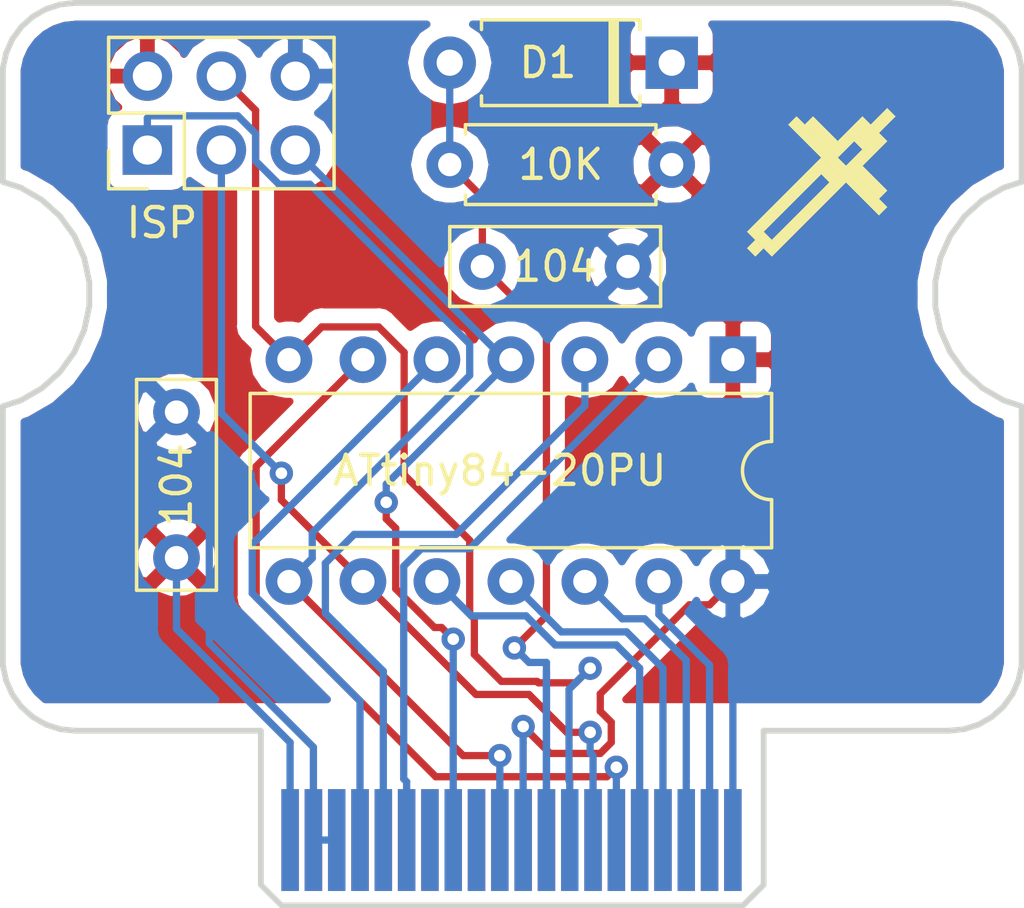
<source format=kicad_pcb>
(kicad_pcb (version 20171130) (host pcbnew "(5.0.1-3-g963ef8bb5)")

  (general
    (thickness 1.6)
    (drawings 67)
    (tracks 145)
    (zones 0)
    (modules 8)
    (nets 38)
  )

  (page A4)
  (layers
    (0 F.Cu signal)
    (31 B.Cu signal)
    (32 B.Adhes user hide)
    (33 F.Adhes user hide)
    (34 B.Paste user hide)
    (35 F.Paste user hide)
    (36 B.SilkS user)
    (37 F.SilkS user)
    (38 B.Mask user)
    (39 F.Mask user)
    (40 Dwgs.User user hide)
    (41 Cmts.User user hide)
    (42 Eco1.User user hide)
    (43 Eco2.User user hide)
    (44 Edge.Cuts user)
    (45 Margin user hide)
    (46 B.CrtYd user)
    (47 F.CrtYd user)
    (48 B.Fab user hide)
    (49 F.Fab user hide)
  )

  (setup
    (last_trace_width 0.25)
    (trace_clearance 0.2)
    (zone_clearance 0.508)
    (zone_45_only no)
    (trace_min 0.2)
    (segment_width 0.2)
    (edge_width 0.15)
    (via_size 0.8)
    (via_drill 0.4)
    (via_min_size 0.4)
    (via_min_drill 0.3)
    (uvia_size 0.3)
    (uvia_drill 0.1)
    (uvias_allowed no)
    (uvia_min_size 0.2)
    (uvia_min_drill 0.1)
    (pcb_text_width 0.3)
    (pcb_text_size 1.5 1.5)
    (mod_edge_width 0.15)
    (mod_text_size 1 1)
    (mod_text_width 0.15)
    (pad_size 1.524 1.524)
    (pad_drill 0.762)
    (pad_to_mask_clearance 0.051)
    (solder_mask_min_width 0.25)
    (aux_axis_origin 0 0)
    (visible_elements FFFFFF7F)
    (pcbplotparams
      (layerselection 0x010fc_ffffffff)
      (usegerberextensions false)
      (usegerberattributes false)
      (usegerberadvancedattributes false)
      (creategerberjobfile false)
      (excludeedgelayer true)
      (linewidth 0.100000)
      (plotframeref false)
      (viasonmask false)
      (mode 1)
      (useauxorigin false)
      (hpglpennumber 1)
      (hpglpenspeed 20)
      (hpglpendiameter 15.000000)
      (psnegative false)
      (psa4output false)
      (plotreference true)
      (plotvalue true)
      (plotinvisibletext false)
      (padsonsilk false)
      (subtractmaskfromsilk false)
      (outputformat 1)
      (mirror false)
      (drillshape 1)
      (scaleselection 1)
      (outputdirectory ""))
  )

  (net 0 "")
  (net 1 +3V3)
  (net 2 UP)
  (net 3 D_DC)
  (net 4 DOWN)
  (net 5 D_RST)
  (net 6 LEFT)
  (net 7 D_MOSI)
  (net 8 RIGHT)
  (net 9 D_SCK)
  (net 10 SND)
  (net 11 RESET)
  (net 12 BTN_C)
  (net 13 BTN_B)
  (net 14 BTN_A)
  (net 15 GND)
  (net 16 "Net-(J0-Pad1)")
  (net 17 "Net-(J0-Pad3)")
  (net 18 "Net-(J0-Pad5)")
  (net 19 "Net-(J0-Pad7)")
  (net 20 "Net-(J0-Pad9)")
  (net 21 "Net-(J0-Pad11)")
  (net 22 "Net-(J0-Pad13)")
  (net 23 "Net-(J0-Pad14)")
  (net 24 "Net-(J0-Pad15)")
  (net 25 "Net-(J0-Pad17)")
  (net 26 "Net-(J0-Pad18)")
  (net 27 "Net-(J0-Pad19)")
  (net 28 "Net-(J0-Pad21)")
  (net 29 "Net-(J0-Pad23)")
  (net 30 "Net-(J0-Pad25)")
  (net 31 "Net-(J0-Pad27)")
  (net 32 "Net-(J0-Pad29)")
  (net 33 "Net-(J0-Pad31)")
  (net 34 "Net-(J0-Pad33)")
  (net 35 "Net-(J0-Pad35)")
  (net 36 "Net-(J0-Pad37)")
  (net 37 "Net-(J0-Pad39)")

  (net_class Default "This is the default net class."
    (clearance 0.2)
    (trace_width 0.25)
    (via_dia 0.8)
    (via_drill 0.4)
    (uvia_dia 0.3)
    (uvia_drill 0.1)
    (add_net +3V3)
    (add_net BTN_A)
    (add_net BTN_B)
    (add_net BTN_C)
    (add_net DOWN)
    (add_net D_DC)
    (add_net D_MOSI)
    (add_net D_RST)
    (add_net D_SCK)
    (add_net GND)
    (add_net LEFT)
    (add_net "Net-(J0-Pad1)")
    (add_net "Net-(J0-Pad11)")
    (add_net "Net-(J0-Pad13)")
    (add_net "Net-(J0-Pad14)")
    (add_net "Net-(J0-Pad15)")
    (add_net "Net-(J0-Pad17)")
    (add_net "Net-(J0-Pad18)")
    (add_net "Net-(J0-Pad19)")
    (add_net "Net-(J0-Pad21)")
    (add_net "Net-(J0-Pad23)")
    (add_net "Net-(J0-Pad25)")
    (add_net "Net-(J0-Pad27)")
    (add_net "Net-(J0-Pad29)")
    (add_net "Net-(J0-Pad3)")
    (add_net "Net-(J0-Pad31)")
    (add_net "Net-(J0-Pad33)")
    (add_net "Net-(J0-Pad35)")
    (add_net "Net-(J0-Pad37)")
    (add_net "Net-(J0-Pad39)")
    (add_net "Net-(J0-Pad5)")
    (add_net "Net-(J0-Pad7)")
    (add_net "Net-(J0-Pad9)")
    (add_net RESET)
    (add_net RIGHT)
    (add_net SND)
    (add_net UP)
  )

  (module Connector_PinHeader_2.54mm:PinHeader_2x03_P2.54mm_Vertical (layer F.Cu) (tedit 5BD60FC3) (tstamp 5BDBB5CF)
    (at 122 56 90)
    (descr "Through hole straight pin header, 2x03, 2.54mm pitch, double rows")
    (tags "Through hole pin header THT 2x03 2.54mm double row")
    (path /5BE8415C)
    (fp_text reference J1 (at 1.25 7 -180) (layer F.Fab)
      (effects (font (size 1 1) (thickness 0.15)))
    )
    (fp_text value ISP (at -2.5 0.5 -180) (layer F.SilkS)
      (effects (font (size 1 1) (thickness 0.15)))
    )
    (fp_line (start 0 -1.27) (end 3.81 -1.27) (layer F.Fab) (width 0.1))
    (fp_line (start 3.81 -1.27) (end 3.81 6.35) (layer F.Fab) (width 0.1))
    (fp_line (start 3.81 6.35) (end -1.27 6.35) (layer F.Fab) (width 0.1))
    (fp_line (start -1.27 6.35) (end -1.27 0) (layer F.Fab) (width 0.1))
    (fp_line (start -1.27 0) (end 0 -1.27) (layer F.Fab) (width 0.1))
    (fp_line (start -1.33 6.41) (end 3.87 6.41) (layer F.SilkS) (width 0.12))
    (fp_line (start -1.33 1.27) (end -1.33 6.41) (layer F.SilkS) (width 0.12))
    (fp_line (start 3.87 -1.33) (end 3.87 6.41) (layer F.SilkS) (width 0.12))
    (fp_line (start -1.33 1.27) (end 1.27 1.27) (layer F.SilkS) (width 0.12))
    (fp_line (start 1.27 1.27) (end 1.27 -1.33) (layer F.SilkS) (width 0.12))
    (fp_line (start 1.27 -1.33) (end 3.87 -1.33) (layer F.SilkS) (width 0.12))
    (fp_line (start -1.33 0) (end -1.33 -1.33) (layer F.SilkS) (width 0.12))
    (fp_line (start -1.33 -1.33) (end 0 -1.33) (layer F.SilkS) (width 0.12))
    (fp_line (start -1.8 -1.8) (end -1.8 6.85) (layer F.CrtYd) (width 0.05))
    (fp_line (start -1.8 6.85) (end 4.35 6.85) (layer F.CrtYd) (width 0.05))
    (fp_line (start 4.35 6.85) (end 4.35 -1.8) (layer F.CrtYd) (width 0.05))
    (fp_line (start 4.35 -1.8) (end -1.8 -1.8) (layer F.CrtYd) (width 0.05))
    (fp_text user %R (at 1.27 2.54 -180) (layer F.Fab)
      (effects (font (size 1 1) (thickness 0.15)))
    )
    (pad 1 thru_hole rect (at 0 0 90) (size 1.7 1.7) (drill 1) (layers *.Cu *.Mask)
      (net 3 D_DC))
    (pad 2 thru_hole oval (at 2.54 0 90) (size 1.7 1.7) (drill 1) (layers *.Cu *.Mask)
      (net 1 +3V3))
    (pad 3 thru_hole oval (at 0 2.54 90) (size 1.7 1.7) (drill 1) (layers *.Cu *.Mask)
      (net 9 D_SCK))
    (pad 4 thru_hole oval (at 2.54 2.54 90) (size 1.7 1.7) (drill 1) (layers *.Cu *.Mask)
      (net 7 D_MOSI))
    (pad 5 thru_hole oval (at 0 5.08 90) (size 1.7 1.7) (drill 1) (layers *.Cu *.Mask)
      (net 11 RESET))
    (pad 6 thru_hole oval (at 2.54 5.08 90) (size 1.7 1.7) (drill 1) (layers *.Cu *.Mask)
      (net 15 GND))
    (model ${KISYS3DMOD}/Connector_PinHeader_2.54mm.3dshapes/PinHeader_2x03_P2.54mm_Vertical.wrl
      (at (xyz 0 0 0))
      (scale (xyz 1 1 1))
      (rotate (xyz 0 0 0))
    )
  )

  (module SPIKE (layer F.Cu) (tedit 0) (tstamp 5BED1003)
    (at 145.7 52.3 315)
    (fp_text reference SPIKE (at 0 5 315) (layer F.SilkS) hide
      (effects (font (size 1.524 1.524) (thickness 0.3)))
    )
    (fp_text value "" (at 0 0 315) (layer F.SilkS)
      (effects (font (size 1.27 1.27) (thickness 0.15)))
    )
    (fp_poly (pts (xy 2.8 6.8) (xy 3.2 6.8) (xy 3.2 7.2) (xy 2.8 7.2)
      (xy 2.8 6.8)) (layer F.SilkS) (width 0.01))
    (fp_poly (pts (xy 3.2 6.4) (xy 3.6 6.4) (xy 3.6 6.8) (xy 3.2 6.8)
      (xy 3.2 6.4)) (layer F.SilkS) (width 0.01))
    (fp_poly (pts (xy 2.8 6.4) (xy 3.2 6.4) (xy 3.2 6.8) (xy 2.8 6.8)
      (xy 2.8 6.4)) (layer F.SilkS) (width 0.01))
    (fp_poly (pts (xy 2.4 6.4) (xy 2.8 6.4) (xy 2.8 6.8) (xy 2.4 6.8)
      (xy 2.4 6.4)) (layer F.SilkS) (width 0.01))
    (fp_poly (pts (xy 3.2 6) (xy 3.6 6) (xy 3.6 6.4) (xy 3.2 6.4)
      (xy 3.2 6)) (layer F.SilkS) (width 0.01))
    (fp_poly (pts (xy 2.4 6) (xy 2.8 6) (xy 2.8 6.4) (xy 2.4 6.4)
      (xy 2.4 6)) (layer F.SilkS) (width 0.01))
    (fp_poly (pts (xy 3.2 5.6) (xy 3.6 5.6) (xy 3.6 6) (xy 3.2 6)
      (xy 3.2 5.6)) (layer F.SilkS) (width 0.01))
    (fp_poly (pts (xy 2.4 5.6) (xy 2.8 5.6) (xy 2.8 6) (xy 2.4 6)
      (xy 2.4 5.6)) (layer F.SilkS) (width 0.01))
    (fp_poly (pts (xy 3.2 5.2) (xy 3.6 5.2) (xy 3.6 5.6) (xy 3.2 5.6)
      (xy 3.2 5.2)) (layer F.SilkS) (width 0.01))
    (fp_poly (pts (xy 2.4 5.2) (xy 2.8 5.2) (xy 2.8 5.6) (xy 2.4 5.6)
      (xy 2.4 5.2)) (layer F.SilkS) (width 0.01))
    (fp_poly (pts (xy 3.2 4.8) (xy 3.6 4.8) (xy 3.6 5.2) (xy 3.2 5.2)
      (xy 3.2 4.8)) (layer F.SilkS) (width 0.01))
    (fp_poly (pts (xy 2.4 4.8) (xy 2.8 4.8) (xy 2.8 5.2) (xy 2.4 5.2)
      (xy 2.4 4.8)) (layer F.SilkS) (width 0.01))
    (fp_poly (pts (xy 3.2 4.4) (xy 3.6 4.4) (xy 3.6 4.8) (xy 3.2 4.8)
      (xy 3.2 4.4)) (layer F.SilkS) (width 0.01))
    (fp_poly (pts (xy 2.4 4.4) (xy 2.8 4.4) (xy 2.8 4.8) (xy 2.4 4.8)
      (xy 2.4 4.4)) (layer F.SilkS) (width 0.01))
    (fp_poly (pts (xy 3.2 4) (xy 3.6 4) (xy 3.6 4.4) (xy 3.2 4.4)
      (xy 3.2 4)) (layer F.SilkS) (width 0.01))
    (fp_poly (pts (xy 2.4 4) (xy 2.8 4) (xy 2.8 4.4) (xy 2.4 4.4)
      (xy 2.4 4)) (layer F.SilkS) (width 0.01))
    (fp_poly (pts (xy 3.2 3.6) (xy 3.6 3.6) (xy 3.6 4) (xy 3.2 4)
      (xy 3.2 3.6)) (layer F.SilkS) (width 0.01))
    (fp_poly (pts (xy 2.4 3.6) (xy 2.8 3.6) (xy 2.8 4) (xy 2.4 4)
      (xy 2.4 3.6)) (layer F.SilkS) (width 0.01))
    (fp_poly (pts (xy 3.2 3.2) (xy 3.6 3.2) (xy 3.6 3.6) (xy 3.2 3.6)
      (xy 3.2 3.2)) (layer F.SilkS) (width 0.01))
    (fp_poly (pts (xy 2.8 3.2) (xy 3.2 3.2) (xy 3.2 3.6) (xy 2.8 3.6)
      (xy 2.8 3.2)) (layer F.SilkS) (width 0.01))
    (fp_poly (pts (xy 2.4 3.2) (xy 2.8 3.2) (xy 2.8 3.6) (xy 2.4 3.6)
      (xy 2.4 3.2)) (layer F.SilkS) (width 0.01))
    (fp_poly (pts (xy 4.8 2.8) (xy 5.2 2.8) (xy 5.2 3.2) (xy 4.8 3.2)
      (xy 4.8 2.8)) (layer F.SilkS) (width 0.01))
    (fp_poly (pts (xy 4.4 2.8) (xy 4.8 2.8) (xy 4.8 3.2) (xy 4.4 3.2)
      (xy 4.4 2.8)) (layer F.SilkS) (width 0.01))
    (fp_poly (pts (xy 4 2.8) (xy 4.4 2.8) (xy 4.4 3.2) (xy 4 3.2)
      (xy 4 2.8)) (layer F.SilkS) (width 0.01))
    (fp_poly (pts (xy 3.6 2.8) (xy 4 2.8) (xy 4 3.2) (xy 3.6 3.2)
      (xy 3.6 2.8)) (layer F.SilkS) (width 0.01))
    (fp_poly (pts (xy 3.2 2.8) (xy 3.6 2.8) (xy 3.6 3.2) (xy 3.2 3.2)
      (xy 3.2 2.8)) (layer F.SilkS) (width 0.01))
    (fp_poly (pts (xy 2.8 2.8) (xy 3.2 2.8) (xy 3.2 3.2) (xy 2.8 3.2)
      (xy 2.8 2.8)) (layer F.SilkS) (width 0.01))
    (fp_poly (pts (xy 2.4 2.8) (xy 2.8 2.8) (xy 2.8 3.2) (xy 2.4 3.2)
      (xy 2.4 2.8)) (layer F.SilkS) (width 0.01))
    (fp_poly (pts (xy 2 2.8) (xy 2.4 2.8) (xy 2.4 3.2) (xy 2 3.2)
      (xy 2 2.8)) (layer F.SilkS) (width 0.01))
    (fp_poly (pts (xy 1.6 2.8) (xy 2 2.8) (xy 2 3.2) (xy 1.6 3.2)
      (xy 1.6 2.8)) (layer F.SilkS) (width 0.01))
    (fp_poly (pts (xy 1.2 2.8) (xy 1.6 2.8) (xy 1.6 3.2) (xy 1.2 3.2)
      (xy 1.2 2.8)) (layer F.SilkS) (width 0.01))
    (fp_poly (pts (xy 0.8 2.8) (xy 1.2 2.8) (xy 1.2 3.2) (xy 0.8 3.2)
      (xy 0.8 2.8)) (layer F.SilkS) (width 0.01))
    (fp_poly (pts (xy 4.4 2.4) (xy 4.8 2.4) (xy 4.8 2.8) (xy 4.4 2.8)
      (xy 4.4 2.4)) (layer F.SilkS) (width 0.01))
    (fp_poly (pts (xy 4 2.4) (xy 4.4 2.4) (xy 4.4 2.8) (xy 4 2.8)
      (xy 4 2.4)) (layer F.SilkS) (width 0.01))
    (fp_poly (pts (xy 3.6 2.4) (xy 4 2.4) (xy 4 2.8) (xy 3.6 2.8)
      (xy 3.6 2.4)) (layer F.SilkS) (width 0.01))
    (fp_poly (pts (xy 3.2 2.4) (xy 3.6 2.4) (xy 3.6 2.8) (xy 3.2 2.8)
      (xy 3.2 2.4)) (layer F.SilkS) (width 0.01))
    (fp_poly (pts (xy 2.4 2.4) (xy 2.8 2.4) (xy 2.8 2.8) (xy 2.4 2.8)
      (xy 2.4 2.4)) (layer F.SilkS) (width 0.01))
    (fp_poly (pts (xy 2 2.4) (xy 2.4 2.4) (xy 2.4 2.8) (xy 2 2.8)
      (xy 2 2.4)) (layer F.SilkS) (width 0.01))
    (fp_poly (pts (xy 1.6 2.4) (xy 2 2.4) (xy 2 2.8) (xy 1.6 2.8)
      (xy 1.6 2.4)) (layer F.SilkS) (width 0.01))
    (fp_poly (pts (xy 1.2 2.4) (xy 1.6 2.4) (xy 1.6 2.8) (xy 1.2 2.8)
      (xy 1.2 2.4)) (layer F.SilkS) (width 0.01))
    (fp_poly (pts (xy 3.2 2) (xy 3.6 2) (xy 3.6 2.4) (xy 3.2 2.4)
      (xy 3.2 2)) (layer F.SilkS) (width 0.01))
    (fp_poly (pts (xy 2.4 2) (xy 2.8 2) (xy 2.8 2.4) (xy 2.4 2.4)
      (xy 2.4 2)) (layer F.SilkS) (width 0.01))
    (fp_poly (pts (xy 3.2 1.6) (xy 3.6 1.6) (xy 3.6 2) (xy 3.2 2)
      (xy 3.2 1.6)) (layer F.SilkS) (width 0.01))
    (fp_poly (pts (xy 2.8 1.6) (xy 3.2 1.6) (xy 3.2 2) (xy 2.8 2)
      (xy 2.8 1.6)) (layer F.SilkS) (width 0.01))
    (fp_poly (pts (xy 2.4 1.6) (xy 2.8 1.6) (xy 2.8 2) (xy 2.4 2)
      (xy 2.4 1.6)) (layer F.SilkS) (width 0.01))
    (fp_poly (pts (xy 3.2 1.2) (xy 3.6 1.2) (xy 3.6 1.6) (xy 3.2 1.6)
      (xy 3.2 1.2)) (layer F.SilkS) (width 0.01))
    (fp_poly (pts (xy 2.8 1.2) (xy 3.2 1.2) (xy 3.2 1.6) (xy 2.8 1.6)
      (xy 2.8 1.2)) (layer F.SilkS) (width 0.01))
    (fp_poly (pts (xy 2.4 1.2) (xy 2.8 1.2) (xy 2.8 1.6) (xy 2.4 1.6)
      (xy 2.4 1.2)) (layer F.SilkS) (width 0.01))
    (fp_poly (pts (xy 2.8 0.8) (xy 3.2 0.8) (xy 3.2 1.2) (xy 2.8 1.2)
      (xy 2.8 0.8)) (layer F.SilkS) (width 0.01))
    (fp_poly (pts (xy 2.8 0.4) (xy 3.2 0.4) (xy 3.2 0.8) (xy 2.8 0.8)
      (xy 2.8 0.4)) (layer F.SilkS) (width 0.01))
  )

  (module Package_DIP:DIP-14_W7.62mm (layer F.Cu) (tedit 5BD8A4F7) (tstamp 5BD8D3A9)
    (at 142.1 63.2 270)
    (descr "14-lead though-hole mounted DIP package, row spacing 7.62 mm (300 mils)")
    (tags "THT DIP DIL PDIP 2.54mm 7.62mm 300mil")
    (path /5BEE4E7B)
    (fp_text reference U1 (at 3.81 7.75 270) (layer F.Fab)
      (effects (font (size 1 1) (thickness 0.15)))
    )
    (fp_text value ATtiny84-20PU (at 3.81 8) (layer F.SilkS)
      (effects (font (size 1 1) (thickness 0.15)))
    )
    (fp_arc (start 3.81 -1.33) (end 2.81 -1.33) (angle -180) (layer F.SilkS) (width 0.12))
    (fp_line (start 1.635 -1.27) (end 6.985 -1.27) (layer F.Fab) (width 0.1))
    (fp_line (start 6.985 -1.27) (end 6.985 16.51) (layer F.Fab) (width 0.1))
    (fp_line (start 6.985 16.51) (end 0.635 16.51) (layer F.Fab) (width 0.1))
    (fp_line (start 0.635 16.51) (end 0.635 -0.27) (layer F.Fab) (width 0.1))
    (fp_line (start 0.635 -0.27) (end 1.635 -1.27) (layer F.Fab) (width 0.1))
    (fp_line (start 2.81 -1.33) (end 1.16 -1.33) (layer F.SilkS) (width 0.12))
    (fp_line (start 1.16 -1.33) (end 1.16 16.57) (layer F.SilkS) (width 0.12))
    (fp_line (start 1.16 16.57) (end 6.46 16.57) (layer F.SilkS) (width 0.12))
    (fp_line (start 6.46 16.57) (end 6.46 -1.33) (layer F.SilkS) (width 0.12))
    (fp_line (start 6.46 -1.33) (end 4.81 -1.33) (layer F.SilkS) (width 0.12))
    (fp_line (start -1.1 -1.55) (end -1.1 16.8) (layer F.CrtYd) (width 0.05))
    (fp_line (start -1.1 16.8) (end 8.7 16.8) (layer F.CrtYd) (width 0.05))
    (fp_line (start 8.7 16.8) (end 8.7 -1.55) (layer F.CrtYd) (width 0.05))
    (fp_line (start 8.7 -1.55) (end -1.1 -1.55) (layer F.CrtYd) (width 0.05))
    (fp_text user %R (at 3.81 7.75 270) (layer F.Fab)
      (effects (font (size 1 1) (thickness 0.15)))
    )
    (pad 1 thru_hole rect (at 0 0 270) (size 1.6 1.6) (drill 0.8) (layers *.Cu *.Mask)
      (net 1 +3V3))
    (pad 8 thru_hole oval (at 7.62 15.24 270) (size 1.6 1.6) (drill 0.8) (layers *.Cu *.Mask)
      (net 3 D_DC))
    (pad 2 thru_hole oval (at 0 2.54 270) (size 1.6 1.6) (drill 0.8) (layers *.Cu *.Mask)
      (net 12 BTN_C))
    (pad 9 thru_hole oval (at 7.62 12.7 270) (size 1.6 1.6) (drill 0.8) (layers *.Cu *.Mask)
      (net 9 D_SCK))
    (pad 3 thru_hole oval (at 0 5.08 270) (size 1.6 1.6) (drill 0.8) (layers *.Cu *.Mask)
      (net 13 BTN_B))
    (pad 10 thru_hole oval (at 7.62 10.16 270) (size 1.6 1.6) (drill 0.8) (layers *.Cu *.Mask)
      (net 2 UP))
    (pad 4 thru_hole oval (at 0 7.62 270) (size 1.6 1.6) (drill 0.8) (layers *.Cu *.Mask)
      (net 11 RESET))
    (pad 11 thru_hole oval (at 7.62 7.62 270) (size 1.6 1.6) (drill 0.8) (layers *.Cu *.Mask)
      (net 4 DOWN))
    (pad 5 thru_hole oval (at 0 10.16 270) (size 1.6 1.6) (drill 0.8) (layers *.Cu *.Mask)
      (net 14 BTN_A))
    (pad 12 thru_hole oval (at 7.62 5.08 270) (size 1.6 1.6) (drill 0.8) (layers *.Cu *.Mask)
      (net 6 LEFT))
    (pad 6 thru_hole oval (at 0 12.7 270) (size 1.6 1.6) (drill 0.8) (layers *.Cu *.Mask)
      (net 10 SND))
    (pad 13 thru_hole oval (at 7.62 2.54 270) (size 1.6 1.6) (drill 0.8) (layers *.Cu *.Mask)
      (net 8 RIGHT))
    (pad 7 thru_hole oval (at 0 15.24 270) (size 1.6 1.6) (drill 0.8) (layers *.Cu *.Mask)
      (net 7 D_MOSI))
    (pad 14 thru_hole oval (at 7.62 0 270) (size 1.6 1.6) (drill 0.8) (layers *.Cu *.Mask)
      (net 15 GND))
    (model ${KISYS3DMOD}/Package_DIP.3dshapes/DIP-14_W7.62mm.wrl
      (at (xyz 0 0 0))
      (scale (xyz 1 1 1))
      (rotate (xyz 0 0 0))
    )
  )

  (module Capacitor_THT:C_Rect_L7.0mm_W2.5mm_P5.00mm (layer F.Cu) (tedit 5BD616BE) (tstamp 5BDD1DDC)
    (at 123 70 90)
    (descr "C, Rect series, Radial, pin pitch=5.00mm, , length*width=7*2.5mm^2, Capacitor")
    (tags "C Rect series Radial pin pitch 5.00mm  length 7mm width 2.5mm Capacitor")
    (path /5BE6947B)
    (fp_text reference C0 (at 2.5 0 90) (layer F.Fab)
      (effects (font (size 1 1) (thickness 0.15)))
    )
    (fp_text value 104 (at 2.5 0 90) (layer F.SilkS)
      (effects (font (size 1 1) (thickness 0.15)))
    )
    (fp_line (start -1 -1.25) (end -1 1.25) (layer F.Fab) (width 0.1))
    (fp_line (start -1 1.25) (end 6 1.25) (layer F.Fab) (width 0.1))
    (fp_line (start 6 1.25) (end 6 -1.25) (layer F.Fab) (width 0.1))
    (fp_line (start 6 -1.25) (end -1 -1.25) (layer F.Fab) (width 0.1))
    (fp_line (start -1.12 -1.37) (end 6.12 -1.37) (layer F.SilkS) (width 0.12))
    (fp_line (start -1.12 1.37) (end 6.12 1.37) (layer F.SilkS) (width 0.12))
    (fp_line (start -1.12 -1.37) (end -1.12 1.37) (layer F.SilkS) (width 0.12))
    (fp_line (start 6.12 -1.37) (end 6.12 1.37) (layer F.SilkS) (width 0.12))
    (fp_line (start -1.25 -1.5) (end -1.25 1.5) (layer F.CrtYd) (width 0.05))
    (fp_line (start -1.25 1.5) (end 6.25 1.5) (layer F.CrtYd) (width 0.05))
    (fp_line (start 6.25 1.5) (end 6.25 -1.5) (layer F.CrtYd) (width 0.05))
    (fp_line (start 6.25 -1.5) (end -1.25 -1.5) (layer F.CrtYd) (width 0.05))
    (fp_text user %R (at 2.5 0 90) (layer F.Fab)
      (effects (font (size 1 1) (thickness 0.15)))
    )
    (pad 1 thru_hole circle (at 0 0 90) (size 1.6 1.6) (drill 0.8) (layers *.Cu *.Mask)
      (net 1 +3V3))
    (pad 2 thru_hole circle (at 5 0 90) (size 1.6 1.6) (drill 0.8) (layers *.Cu *.Mask)
      (net 15 GND))
    (model ${KISYS3DMOD}/Capacitor_THT.3dshapes/C_Rect_L7.0mm_W2.5mm_P5.00mm.wrl
      (at (xyz 0 0 0))
      (scale (xyz 1 1 1))
      (rotate (xyz 0 0 0))
    )
  )

  (module Capacitor_THT:C_Rect_L7.0mm_W2.5mm_P5.00mm (layer F.Cu) (tedit 5BD62BF5) (tstamp 5BEA7DA6)
    (at 138.5 60 180)
    (descr "C, Rect series, Radial, pin pitch=5.00mm, , length*width=7*2.5mm^2, Capacitor")
    (tags "C Rect series Radial pin pitch 5.00mm  length 7mm width 2.5mm Capacitor")
    (path /5BEFC4AD)
    (fp_text reference C1 (at 2.5 0 180) (layer F.Fab)
      (effects (font (size 1 1) (thickness 0.15)))
    )
    (fp_text value 104 (at 2.5 0 180) (layer F.SilkS)
      (effects (font (size 1 1) (thickness 0.15)))
    )
    (fp_line (start -1 -1.25) (end -1 1.25) (layer F.Fab) (width 0.1))
    (fp_line (start -1 1.25) (end 6 1.25) (layer F.Fab) (width 0.1))
    (fp_line (start 6 1.25) (end 6 -1.25) (layer F.Fab) (width 0.1))
    (fp_line (start 6 -1.25) (end -1 -1.25) (layer F.Fab) (width 0.1))
    (fp_line (start -1.12 -1.37) (end 6.12 -1.37) (layer F.SilkS) (width 0.12))
    (fp_line (start -1.12 1.37) (end 6.12 1.37) (layer F.SilkS) (width 0.12))
    (fp_line (start -1.12 -1.37) (end -1.12 1.37) (layer F.SilkS) (width 0.12))
    (fp_line (start 6.12 -1.37) (end 6.12 1.37) (layer F.SilkS) (width 0.12))
    (fp_line (start -1.25 -1.5) (end -1.25 1.5) (layer F.CrtYd) (width 0.05))
    (fp_line (start -1.25 1.5) (end 6.25 1.5) (layer F.CrtYd) (width 0.05))
    (fp_line (start 6.25 1.5) (end 6.25 -1.5) (layer F.CrtYd) (width 0.05))
    (fp_line (start 6.25 -1.5) (end -1.25 -1.5) (layer F.CrtYd) (width 0.05))
    (fp_text user %R (at 2.5 0 180) (layer F.Fab)
      (effects (font (size 1 1) (thickness 0.15)))
    )
    (pad 1 thru_hole circle (at 0 0 180) (size 1.6 1.6) (drill 0.8) (layers *.Cu *.Mask)
      (net 15 GND))
    (pad 2 thru_hole circle (at 5 0 180) (size 1.6 1.6) (drill 0.8) (layers *.Cu *.Mask)
      (net 5 D_RST))
    (model ${KISYS3DMOD}/Capacitor_THT.3dshapes/C_Rect_L7.0mm_W2.5mm_P5.00mm.wrl
      (at (xyz 0 0 0))
      (scale (xyz 1 1 1))
      (rotate (xyz 0 0 0))
    )
  )

  (module Diode_THT:D_A-405_P7.62mm_Horizontal (layer F.Cu) (tedit 5BD8A4B7) (tstamp 5BDD3648)
    (at 140 53 180)
    (descr "Diode, A-405 series, Axial, Horizontal, pin pitch=7.62mm, , length*diameter=5.2*2.7mm^2, , http://www.diodes.com/_files/packages/A-405.pdf")
    (tags "Diode A-405 series Axial Horizontal pin pitch 7.62mm  length 5.2mm diameter 2.7mm")
    (path /5BEFC6E5)
    (fp_text reference D1 (at 4.25 0 180) (layer F.SilkS)
      (effects (font (size 1 1) (thickness 0.15)))
    )
    (fp_text value D_ALT (at 4.25 0.75 180) (layer F.Fab)
      (effects (font (size 1 1) (thickness 0.15)))
    )
    (fp_line (start 1.21 -1.35) (end 1.21 1.35) (layer F.Fab) (width 0.1))
    (fp_line (start 1.21 1.35) (end 6.41 1.35) (layer F.Fab) (width 0.1))
    (fp_line (start 6.41 1.35) (end 6.41 -1.35) (layer F.Fab) (width 0.1))
    (fp_line (start 6.41 -1.35) (end 1.21 -1.35) (layer F.Fab) (width 0.1))
    (fp_line (start 0 0) (end 1.21 0) (layer F.Fab) (width 0.1))
    (fp_line (start 7.62 0) (end 6.41 0) (layer F.Fab) (width 0.1))
    (fp_line (start 1.99 -1.35) (end 1.99 1.35) (layer F.Fab) (width 0.1))
    (fp_line (start 2.09 -1.35) (end 2.09 1.35) (layer F.Fab) (width 0.1))
    (fp_line (start 1.89 -1.35) (end 1.89 1.35) (layer F.Fab) (width 0.1))
    (fp_line (start 1.09 -1.14) (end 1.09 -1.47) (layer F.SilkS) (width 0.12))
    (fp_line (start 1.09 -1.47) (end 6.53 -1.47) (layer F.SilkS) (width 0.12))
    (fp_line (start 6.53 -1.47) (end 6.53 -1.14) (layer F.SilkS) (width 0.12))
    (fp_line (start 1.09 1.14) (end 1.09 1.47) (layer F.SilkS) (width 0.12))
    (fp_line (start 1.09 1.47) (end 6.53 1.47) (layer F.SilkS) (width 0.12))
    (fp_line (start 6.53 1.47) (end 6.53 1.14) (layer F.SilkS) (width 0.12))
    (fp_line (start 1.99 -1.47) (end 1.99 1.47) (layer F.SilkS) (width 0.12))
    (fp_line (start 2.11 -1.47) (end 2.11 1.47) (layer F.SilkS) (width 0.12))
    (fp_line (start 1.87 -1.47) (end 1.87 1.47) (layer F.SilkS) (width 0.12))
    (fp_line (start -1.15 -1.6) (end -1.15 1.6) (layer F.CrtYd) (width 0.05))
    (fp_line (start -1.15 1.6) (end 8.77 1.6) (layer F.CrtYd) (width 0.05))
    (fp_line (start 8.77 1.6) (end 8.77 -1.6) (layer F.CrtYd) (width 0.05))
    (fp_line (start 8.77 -1.6) (end -1.15 -1.6) (layer F.CrtYd) (width 0.05))
    (fp_text user %R (at 4.2 0 180) (layer F.Fab)
      (effects (font (size 1 1) (thickness 0.15)))
    )
    (fp_text user K (at 2.75 -0.75 180) (layer F.Fab)
      (effects (font (size 1 1) (thickness 0.15)))
    )
    (fp_text user K (at 2.75 -0.75 180) (layer F.Fab)
      (effects (font (size 1 1) (thickness 0.15)))
    )
    (pad 1 thru_hole rect (at 0 0 180) (size 1.8 1.8) (drill 0.9) (layers *.Cu *.Mask)
      (net 1 +3V3))
    (pad 2 thru_hole oval (at 7.62 0 180) (size 1.8 1.8) (drill 0.9) (layers *.Cu *.Mask)
      (net 5 D_RST))
    (model ${KISYS3DMOD}/Diode_THT.3dshapes/D_A-405_P7.62mm_Horizontal.wrl
      (at (xyz 0 0 0))
      (scale (xyz 1 1 1))
      (rotate (xyz 0 0 0))
    )
  )

  (module Resistor_THT:R_Axial_DIN0207_L6.3mm_D2.5mm_P7.62mm_Horizontal (layer F.Cu) (tedit 5BD62BA0) (tstamp 5BDD365F)
    (at 140 56.5 180)
    (descr "Resistor, Axial_DIN0207 series, Axial, Horizontal, pin pitch=7.62mm, 0.25W = 1/4W, length*diameter=6.3*2.5mm^2, http://cdn-reichelt.de/documents/datenblatt/B400/1_4W%23YAG.pdf")
    (tags "Resistor Axial_DIN0207 series Axial Horizontal pin pitch 7.62mm 0.25W = 1/4W length 6.3mm diameter 2.5mm")
    (path /5BEFBFF4)
    (fp_text reference R1 (at 3.81 0 180) (layer F.Fab)
      (effects (font (size 1 1) (thickness 0.15)))
    )
    (fp_text value 10K (at 3.81 0 180) (layer F.SilkS)
      (effects (font (size 1 1) (thickness 0.15)))
    )
    (fp_line (start 0.66 -1.25) (end 0.66 1.25) (layer F.Fab) (width 0.1))
    (fp_line (start 0.66 1.25) (end 6.96 1.25) (layer F.Fab) (width 0.1))
    (fp_line (start 6.96 1.25) (end 6.96 -1.25) (layer F.Fab) (width 0.1))
    (fp_line (start 6.96 -1.25) (end 0.66 -1.25) (layer F.Fab) (width 0.1))
    (fp_line (start 0 0) (end 0.66 0) (layer F.Fab) (width 0.1))
    (fp_line (start 7.62 0) (end 6.96 0) (layer F.Fab) (width 0.1))
    (fp_line (start 0.54 -1.04) (end 0.54 -1.37) (layer F.SilkS) (width 0.12))
    (fp_line (start 0.54 -1.37) (end 7.08 -1.37) (layer F.SilkS) (width 0.12))
    (fp_line (start 7.08 -1.37) (end 7.08 -1.04) (layer F.SilkS) (width 0.12))
    (fp_line (start 0.54 1.04) (end 0.54 1.37) (layer F.SilkS) (width 0.12))
    (fp_line (start 0.54 1.37) (end 7.08 1.37) (layer F.SilkS) (width 0.12))
    (fp_line (start 7.08 1.37) (end 7.08 1.04) (layer F.SilkS) (width 0.12))
    (fp_line (start -1.05 -1.5) (end -1.05 1.5) (layer F.CrtYd) (width 0.05))
    (fp_line (start -1.05 1.5) (end 8.67 1.5) (layer F.CrtYd) (width 0.05))
    (fp_line (start 8.67 1.5) (end 8.67 -1.5) (layer F.CrtYd) (width 0.05))
    (fp_line (start 8.67 -1.5) (end -1.05 -1.5) (layer F.CrtYd) (width 0.05))
    (fp_text user %R (at 3.81 0 180) (layer F.Fab)
      (effects (font (size 1 1) (thickness 0.15)))
    )
    (pad 1 thru_hole circle (at 0 0 180) (size 1.6 1.6) (drill 0.8) (layers *.Cu *.Mask)
      (net 1 +3V3))
    (pad 2 thru_hole oval (at 7.62 0 180) (size 1.6 1.6) (drill 0.8) (layers *.Cu *.Mask)
      (net 5 D_RST))
    (model ${KISYS3DMOD}/Resistor_THT.3dshapes/R_Axial_DIN0207_L6.3mm_D2.5mm_P7.62mm_Horizontal.wrl
      (at (xyz 0 0 0))
      (scale (xyz 1 1 1))
      (rotate (xyz 0 0 0))
    )
  )

  (module "Custom Footprints:Samtec_MEC8-120-02-L-D-RA1_Edge" (layer F.Cu) (tedit 5BE9E287) (tstamp 5BEA7C38)
    (at 126.9 81.3)
    (path /5BF0E178)
    (fp_text reference J0 (at 1.6 -4.8) (layer F.Fab)
      (effects (font (size 1 1) (thickness 0.15)))
    )
    (fp_text value Shard (at 7.2 -7.2) (layer F.Fab)
      (effects (font (size 1 1) (thickness 0.15)))
    )
    (fp_line (start -3.03 -5.85) (end 18.23 -5.85) (layer F.CrtYd) (width 0.1))
    (fp_line (start -1.03 0.65) (end 16.23 0.65) (layer F.CrtYd) (width 0.1))
    (fp_line (start -1.03 -5.85) (end -1.03 0.65) (layer F.CrtYd) (width 0.1))
    (fp_line (start 16.23 -5.85) (end 16.23 0.65) (layer F.CrtYd) (width 0.1))
    (pad 1 smd rect (at 0 -1.6) (size 0.6 3.5) (layers F.Cu F.Paste F.Mask)
      (net 16 "Net-(J0-Pad1)"))
    (pad 2 smd rect (at 0 -1.6) (size 0.6 3.5) (layers B.Cu B.Paste B.Mask)
      (net 1 +3V3))
    (pad 3 smd rect (at 0.8 -1.6) (size 0.6 3.5) (layers F.Cu F.Paste F.Mask)
      (net 17 "Net-(J0-Pad3)"))
    (pad 4 smd rect (at 0.8 -1.6) (size 0.6 3.5) (layers B.Cu B.Paste B.Mask)
      (net 15 GND))
    (pad 5 smd rect (at 1.6 -1.6) (size 0.6 3.5) (layers F.Cu F.Paste F.Mask)
      (net 18 "Net-(J0-Pad5)"))
    (pad 6 smd rect (at 1.6 -1.6) (size 0.6 3.5) (layers B.Cu B.Paste B.Mask)
      (net 15 GND))
    (pad 7 smd rect (at 2.4 -1.6) (size 0.6 3.5) (layers F.Cu F.Paste F.Mask)
      (net 19 "Net-(J0-Pad7)"))
    (pad 8 smd rect (at 2.4 -1.6) (size 0.6 3.5) (layers B.Cu B.Paste B.Mask)
      (net 14 BTN_A))
    (pad 9 smd rect (at 3.2 -1.6) (size 0.6 3.5) (layers F.Cu F.Paste F.Mask)
      (net 20 "Net-(J0-Pad9)"))
    (pad 10 smd rect (at 3.2 -1.6) (size 0.6 3.5) (layers B.Cu B.Paste B.Mask)
      (net 13 BTN_B))
    (pad 11 smd rect (at 4 -1.6) (size 0.6 3.5) (layers F.Cu F.Paste F.Mask)
      (net 21 "Net-(J0-Pad11)"))
    (pad 12 smd rect (at 4 -1.6) (size 0.6 3.5) (layers B.Cu B.Paste B.Mask)
      (net 12 BTN_C))
    (pad 13 smd rect (at 4.8 -1.6) (size 0.6 3.5) (layers F.Cu F.Paste F.Mask)
      (net 22 "Net-(J0-Pad13)"))
    (pad 14 smd rect (at 4.8 -1.6) (size 0.6 3.5) (layers B.Cu B.Paste B.Mask)
      (net 23 "Net-(J0-Pad14)"))
    (pad 15 smd rect (at 5.6 -1.6) (size 0.6 3.5) (layers F.Cu F.Paste F.Mask)
      (net 24 "Net-(J0-Pad15)"))
    (pad 16 smd rect (at 5.6 -1.6) (size 0.6 3.5) (layers B.Cu B.Paste B.Mask)
      (net 11 RESET))
    (pad 17 smd rect (at 6.4 -1.6) (size 0.6 3.5) (layers F.Cu F.Paste F.Mask)
      (net 25 "Net-(J0-Pad17)"))
    (pad 18 smd rect (at 6.4 -1.6) (size 0.6 3.5) (layers B.Cu B.Paste B.Mask)
      (net 26 "Net-(J0-Pad18)"))
    (pad 19 smd rect (at 7.2 -1.6) (size 0.6 3.5) (layers F.Cu F.Paste F.Mask)
      (net 27 "Net-(J0-Pad19)"))
    (pad 20 smd rect (at 7.2 -1.6) (size 0.6 3.5) (layers B.Cu B.Paste B.Mask)
      (net 3 D_DC))
    (pad 21 smd rect (at 8 -1.6) (size 0.6 3.5) (layers F.Cu F.Paste F.Mask)
      (net 28 "Net-(J0-Pad21)"))
    (pad 22 smd rect (at 8 -1.6) (size 0.6 3.5) (layers B.Cu B.Paste B.Mask)
      (net 15 GND))
    (pad 23 smd rect (at 8.8 -1.6) (size 0.6 3.5) (layers F.Cu F.Paste F.Mask)
      (net 29 "Net-(J0-Pad23)"))
    (pad 24 smd rect (at 8.8 -1.6) (size 0.6 3.5) (layers B.Cu B.Paste B.Mask)
      (net 5 D_RST))
    (pad 25 smd rect (at 9.6 -1.6) (size 0.6 3.5) (layers F.Cu F.Paste F.Mask)
      (net 30 "Net-(J0-Pad25)"))
    (pad 26 smd rect (at 9.6 -1.6) (size 0.6 3.5) (layers B.Cu B.Paste B.Mask)
      (net 7 D_MOSI))
    (pad 27 smd rect (at 10.4 -1.6) (size 0.6 3.5) (layers F.Cu F.Paste F.Mask)
      (net 31 "Net-(J0-Pad27)"))
    (pad 28 smd rect (at 10.4 -1.6) (size 0.6 3.5) (layers B.Cu B.Paste B.Mask)
      (net 9 D_SCK))
    (pad 29 smd rect (at 11.2 -1.6) (size 0.6 3.5) (layers F.Cu F.Paste F.Mask)
      (net 32 "Net-(J0-Pad29)"))
    (pad 30 smd rect (at 11.2 -1.6) (size 0.6 3.5) (layers B.Cu B.Paste B.Mask)
      (net 10 SND))
    (pad 31 smd rect (at 12 -1.6) (size 0.6 3.5) (layers F.Cu F.Paste F.Mask)
      (net 33 "Net-(J0-Pad31)"))
    (pad 32 smd rect (at 12 -1.6) (size 0.6 3.5) (layers B.Cu B.Paste B.Mask)
      (net 2 UP))
    (pad 33 smd rect (at 12.8 -1.6) (size 0.6 3.5) (layers F.Cu F.Paste F.Mask)
      (net 34 "Net-(J0-Pad33)"))
    (pad 34 smd rect (at 12.8 -1.6) (size 0.6 3.5) (layers B.Cu B.Paste B.Mask)
      (net 4 DOWN))
    (pad 35 smd rect (at 13.6 -1.6) (size 0.6 3.5) (layers F.Cu F.Paste F.Mask)
      (net 35 "Net-(J0-Pad35)"))
    (pad 36 smd rect (at 13.6 -1.6) (size 0.6 3.5) (layers B.Cu B.Paste B.Mask)
      (net 6 LEFT))
    (pad 37 smd rect (at 14.4 -1.6) (size 0.6 3.5) (layers F.Cu F.Paste F.Mask)
      (net 36 "Net-(J0-Pad37)"))
    (pad 38 smd rect (at 14.4 -1.6) (size 0.6 3.5) (layers B.Cu B.Paste B.Mask)
      (net 8 RIGHT))
    (pad 39 smd rect (at 15.2 -1.6) (size 0.6 3.5) (layers F.Cu F.Paste F.Mask)
      (net 37 "Net-(J0-Pad39)"))
    (pad 40 smd rect (at 15.2 -1.6) (size 0.6 3.5) (layers B.Cu B.Paste B.Mask)
      (net 15 GND))
  )

  (gr_line (start 152.01325 64.79925) (end 151.4 64.6) (layer Edge.Cuts) (width 0.2))
  (gr_line (start 152.01325 73.707117) (end 152.01325 64.79925) (layer Edge.Cuts) (width 0.2))
  (gr_line (start 151.90459 74.218347) (end 152.01325 73.707117) (layer Edge.Cuts) (width 0.2))
  (gr_line (start 151.692 74.69581) (end 151.90459 74.218347) (layer Edge.Cuts) (width 0.2))
  (gr_line (start 151.3848 75.11863) (end 151.692 74.69581) (layer Edge.Cuts) (width 0.2))
  (gr_line (start 150.9964 75.46835) (end 151.3848 75.11863) (layer Edge.Cuts) (width 0.2))
  (gr_line (start 150.54378 75.72967) (end 150.9964 75.46835) (layer Edge.Cuts) (width 0.2))
  (gr_line (start 150.046725 75.89117) (end 150.54378 75.72967) (layer Edge.Cuts) (width 0.2))
  (gr_line (start 149.52695 75.94581) (end 150.046725 75.89117) (layer Edge.Cuts) (width 0.2))
  (gr_line (start 143.15695 75.94581) (end 149.52695 75.94581) (layer Edge.Cuts) (width 0.2))
  (gr_line (start 143.15695 81.23872) (end 143.15695 75.94581) (layer Edge.Cuts) (width 0.2))
  (gr_line (start 142.44986 81.94581) (end 143.15695 81.23872) (layer Edge.Cuts) (width 0.2))
  (gr_line (start 126.60405 81.94581) (end 142.44986 81.94581) (layer Edge.Cuts) (width 0.2))
  (gr_line (start 125.89695 81.23872) (end 126.60405 81.94581) (layer Edge.Cuts) (width 0.2))
  (gr_line (start 125.89695 75.94581) (end 125.89695 81.23872) (layer Edge.Cuts) (width 0.2))
  (gr_line (start 119.52695 75.94581) (end 125.89695 75.94581) (layer Edge.Cuts) (width 0.2))
  (gr_line (start 119.00715 75.89117) (end 119.52695 75.94581) (layer Edge.Cuts) (width 0.2))
  (gr_line (start 118.51015 75.72967) (end 119.00715 75.89117) (layer Edge.Cuts) (width 0.2))
  (gr_line (start 118.05745 75.46835) (end 118.51015 75.72967) (layer Edge.Cuts) (width 0.2))
  (gr_line (start 117.66915 75.11863) (end 118.05745 75.46835) (layer Edge.Cuts) (width 0.2))
  (gr_line (start 117.36185 74.69579) (end 117.66915 75.11863) (layer Edge.Cuts) (width 0.2))
  (gr_line (start 117.14935 74.218347) (end 117.36185 74.69579) (layer Edge.Cuts) (width 0.2))
  (gr_line (start 117.04065 73.707117) (end 117.14935 74.218347) (layer Edge.Cuts) (width 0.2))
  (gr_line (start 117.04065 64.79925) (end 117.04065 73.707117) (layer Edge.Cuts) (width 0.2))
  (gr_line (start 117.65395 64.6) (end 117.04065 64.79925) (layer Edge.Cuts) (width 0.2))
  (gr_line (start 118.37815 64.18188) (end 117.65395 64.6) (layer Edge.Cuts) (width 0.2))
  (gr_line (start 118.99955 63.62234) (end 118.37815 64.18188) (layer Edge.Cuts) (width 0.2))
  (gr_line (start 119.49105 62.94581) (end 118.99955 63.62234) (layer Edge.Cuts) (width 0.2))
  (gr_line (start 150.9964 51.42331) (end 150.54378 51.16191) (layer Edge.Cuts) (width 0.2))
  (gr_line (start 151.3848 51.77301) (end 150.9964 51.42331) (layer Edge.Cuts) (width 0.2))
  (gr_line (start 118.51015 51.16191) (end 118.05745 51.42331) (layer Edge.Cuts) (width 0.2))
  (gr_line (start 119.00715 51.00041) (end 118.51015 51.16191) (layer Edge.Cuts) (width 0.2))
  (gr_line (start 150.046725 51.00041) (end 149.52695 50.94581) (layer Edge.Cuts) (width 0.2))
  (gr_line (start 150.54378 51.16191) (end 150.046725 51.00041) (layer Edge.Cuts) (width 0.2))
  (gr_line (start 119.52695 50.94581) (end 119.00715 51.00041) (layer Edge.Cuts) (width 0.2))
  (gr_line (start 149.52695 50.94581) (end 119.52695 50.94581) (layer Edge.Cuts) (width 0.2))
  (gr_line (start 117.66915 51.77301) (end 117.36185 52.19581) (layer Edge.Cuts) (width 0.2))
  (gr_line (start 118.05745 51.42331) (end 117.66915 51.77301) (layer Edge.Cuts) (width 0.2))
  (gr_line (start 151.692 52.19581) (end 151.3848 51.77301) (layer Edge.Cuts) (width 0.2))
  (gr_line (start 151.90459 52.67331) (end 151.692 52.19581) (layer Edge.Cuts) (width 0.2))
  (gr_line (start 117.14935 52.67331) (end 117.04065 53.18451) (layer Edge.Cuts) (width 0.2))
  (gr_line (start 117.36185 52.19581) (end 117.14935 52.67331) (layer Edge.Cuts) (width 0.2))
  (gr_line (start 118.37815 57.70971) (end 118.99955 58.26931) (layer Edge.Cuts) (width 0.2))
  (gr_line (start 117.65395 57.29161) (end 118.37815 57.70971) (layer Edge.Cuts) (width 0.2))
  (gr_line (start 119.49105 58.94581) (end 119.83115 59.70971) (layer Edge.Cuts) (width 0.2))
  (gr_line (start 118.99955 58.26931) (end 119.49105 58.94581) (layer Edge.Cuts) (width 0.2))
  (gr_line (start 120.00505 60.52771) (end 120.00505 61.36391) (layer Edge.Cuts) (width 0.2))
  (gr_line (start 119.83115 59.70971) (end 120.00505 60.52771) (layer Edge.Cuts) (width 0.2))
  (gr_line (start 119.83115 62.18191) (end 119.49105 62.94581) (layer Edge.Cuts) (width 0.2))
  (gr_line (start 120.00505 61.36391) (end 119.83115 62.18191) (layer Edge.Cuts) (width 0.2))
  (gr_line (start 117.04065 57.09241) (end 117.65395 57.29161) (layer Edge.Cuts) (width 0.2))
  (gr_line (start 117.04065 53.18451) (end 117.04065 57.09241) (layer Edge.Cuts) (width 0.2))
  (gr_line (start 150.6758 64.18188) (end 150.05437 63.62234) (layer Edge.Cuts) (width 0.2))
  (gr_line (start 149.562839 62.94581) (end 149.222736 62.18191) (layer Edge.Cuts) (width 0.2))
  (gr_line (start 150.05437 63.62234) (end 149.562839 62.94581) (layer Edge.Cuts) (width 0.2))
  (gr_line (start 151.4 57.29161) (end 152.01325 57.09241) (layer Edge.Cuts) (width 0.2))
  (gr_line (start 150.6758 57.70971) (end 151.4 57.29161) (layer Edge.Cuts) (width 0.2))
  (gr_line (start 149.222736 59.70971) (end 149.562839 58.94581) (layer Edge.Cuts) (width 0.2))
  (gr_line (start 149.048877 60.52771) (end 149.222736 59.70971) (layer Edge.Cuts) (width 0.2))
  (gr_line (start 150.05437 58.26931) (end 150.6758 57.70971) (layer Edge.Cuts) (width 0.2))
  (gr_line (start 149.562839 58.94581) (end 150.05437 58.26931) (layer Edge.Cuts) (width 0.2))
  (gr_line (start 149.048877 61.36391) (end 149.048877 60.52771) (layer Edge.Cuts) (width 0.2))
  (gr_line (start 149.222736 62.18191) (end 149.048877 61.36391) (layer Edge.Cuts) (width 0.2))
  (gr_line (start 152.01325 53.18451) (end 151.90459 52.67331) (layer Edge.Cuts) (width 0.2))
  (gr_line (start 152.01325 57.09241) (end 152.01325 53.18451) (layer Edge.Cuts) (width 0.2))
  (gr_line (start 151.4 64.6) (end 150.6758 64.18188) (layer Edge.Cuts) (width 0.2))
  (gr_line (start 145.2 57.1) (end 143.45 58.85) (layer F.Mask) (width 0.5))

  (via (at 134.9 75.8) (size 0.8) (drill 0.4) (layers F.Cu B.Cu) (net 15))
  (segment (start 123 71.13137) (end 123 70) (width 0.25) (layer B.Cu) (net 1))
  (segment (start 123 72.447806) (end 123 71.13137) (width 0.25) (layer B.Cu) (net 1))
  (segment (start 126.9 76.347806) (end 123 72.447806) (width 0.25) (layer B.Cu) (net 1))
  (segment (start 126.9 79.7) (end 126.9 76.347806) (width 0.25) (layer B.Cu) (net 1))
  (via (at 132.5 72.8) (size 0.8) (drill 0.4) (layers F.Cu B.Cu) (net 11))
  (via (at 126.6 67.1) (size 0.8) (drill 0.4) (layers F.Cu B.Cu) (net 9))
  (via (at 138.1 77.2) (size 0.8) (drill 0.4) (layers F.Cu B.Cu) (net 10))
  (segment (start 138.10002 73.00002) (end 138.9 73.8) (width 0.25) (layer B.Cu) (net 2))
  (segment (start 138.9 73.8) (end 138.9 79.7) (width 0.25) (layer B.Cu) (net 2))
  (segment (start 138.10002 73.00002) (end 136.00002 73.00002) (width 0.25) (layer B.Cu) (net 2))
  (segment (start 136.00002 73.00002) (end 135 72) (width 0.25) (layer B.Cu) (net 2))
  (segment (start 133.12 72) (end 131.94 70.82) (width 0.25) (layer B.Cu) (net 2))
  (segment (start 135 72) (end 133.12 72) (width 0.25) (layer B.Cu) (net 2))
  (via (at 134.1 76.8) (size 0.8) (drill 0.4) (layers F.Cu B.Cu) (net 3))
  (segment (start 134.1 77.365685) (end 134.1 79.7) (width 0.25) (layer B.Cu) (net 3))
  (segment (start 134.1 76.8) (end 134.1 77.365685) (width 0.25) (layer B.Cu) (net 3))
  (segment (start 132.84 76.8) (end 134.1 76.8) (width 0.25) (layer F.Cu) (net 3))
  (segment (start 126.86 70.82) (end 132.84 76.8) (width 0.25) (layer F.Cu) (net 3))
  (segment (start 133.065001 63.740001) (end 133.065001 62.659999) (width 0.25) (layer B.Cu) (net 3))
  (segment (start 127.659999 69.145003) (end 133.065001 63.740001) (width 0.25) (layer B.Cu) (net 3))
  (segment (start 127.659999 70.020001) (end 127.659999 69.145003) (width 0.25) (layer B.Cu) (net 3))
  (segment (start 133.065001 62.659999) (end 127.580003 57.175001) (width 0.25) (layer B.Cu) (net 3))
  (segment (start 126.86 70.82) (end 127.659999 70.020001) (width 0.25) (layer B.Cu) (net 3))
  (segment (start 122.075001 54.824999) (end 122 54.9) (width 0.25) (layer B.Cu) (net 3))
  (segment (start 125.104001 54.824999) (end 122.075001 54.824999) (width 0.25) (layer B.Cu) (net 3))
  (segment (start 122 54.9) (end 122 56) (width 0.25) (layer B.Cu) (net 3))
  (segment (start 125.715001 55.435999) (end 125.104001 54.824999) (width 0.25) (layer B.Cu) (net 3))
  (segment (start 125.715001 56.374003) (end 125.715001 55.435999) (width 0.25) (layer B.Cu) (net 3))
  (segment (start 126.515999 57.175001) (end 125.715001 56.374003) (width 0.25) (layer B.Cu) (net 3))
  (segment (start 127.580003 57.175001) (end 126.515999 57.175001) (width 0.25) (layer B.Cu) (net 3))
  (segment (start 136.21001 72.55001) (end 138.45001 72.55001) (width 0.25) (layer B.Cu) (net 4))
  (segment (start 134.48 70.82) (end 136.21001 72.55001) (width 0.25) (layer B.Cu) (net 4))
  (segment (start 139.7 73.8) (end 139.7 79.7) (width 0.25) (layer B.Cu) (net 4))
  (segment (start 138.45001 72.55001) (end 139.7 73.8) (width 0.25) (layer B.Cu) (net 4))
  (via (at 134.6 73.1) (size 0.8) (drill 0.4) (layers F.Cu B.Cu) (net 5))
  (segment (start 135.7 74.465685) (end 135.7 79.7) (width 0.25) (layer B.Cu) (net 5))
  (segment (start 135.7 73.9) (end 135.7 74.465685) (width 0.25) (layer B.Cu) (net 5))
  (segment (start 135.7 73.6) (end 135.7 79.7) (width 0.25) (layer B.Cu) (net 5))
  (segment (start 135.7 62.2) (end 133.5 60) (width 0.25) (layer F.Cu) (net 5))
  (segment (start 133.5 57.62) (end 132.38 56.5) (width 0.25) (layer F.Cu) (net 5))
  (segment (start 133.5 60) (end 133.5 57.62) (width 0.25) (layer F.Cu) (net 5))
  (segment (start 132.38 53) (end 132.38 56.5) (width 0.25) (layer B.Cu) (net 5))
  (segment (start 135.7 72) (end 134.6 73.1) (width 0.25) (layer F.Cu) (net 5))
  (segment (start 135.7 62.2) (end 135.7 72) (width 0.25) (layer F.Cu) (net 5))
  (segment (start 135.1 73.6) (end 134.6 73.1) (width 0.25) (layer B.Cu) (net 5))
  (segment (start 135.7 73.6) (end 135.1 73.6) (width 0.25) (layer B.Cu) (net 5))
  (segment (start 137.02 70.82) (end 138.3 72.1) (width 0.25) (layer B.Cu) (net 6))
  (segment (start 140.5 73.52778) (end 140.5 77.7) (width 0.25) (layer B.Cu) (net 6))
  (segment (start 140.5 77.7) (end 140.5 79.7) (width 0.25) (layer B.Cu) (net 6))
  (segment (start 139.07222 72.1) (end 140.5 73.52778) (width 0.25) (layer B.Cu) (net 6))
  (segment (start 138.3 72.1) (end 139.07222 72.1) (width 0.25) (layer B.Cu) (net 6))
  (via (at 137.2 73.8) (size 0.8) (drill 0.4) (layers F.Cu B.Cu) (net 7))
  (segment (start 126.060001 62.400001) (end 126.86 63.2) (width 0.25) (layer F.Cu) (net 7))
  (segment (start 125.715001 62.055001) (end 126.060001 62.400001) (width 0.25) (layer F.Cu) (net 7))
  (segment (start 125.715001 54.635001) (end 125.715001 62.055001) (width 0.25) (layer F.Cu) (net 7))
  (segment (start 124.54 53.46) (end 125.715001 54.635001) (width 0.25) (layer F.Cu) (net 7))
  (segment (start 136.5 77.7) (end 136.5 79.7) (width 0.25) (layer B.Cu) (net 7))
  (segment (start 136.474999 77.674999) (end 136.5 77.7) (width 0.25) (layer B.Cu) (net 7))
  (segment (start 136.474999 74.525001) (end 136.474999 77.674999) (width 0.25) (layer B.Cu) (net 7))
  (segment (start 137.2 73.8) (end 136.474999 74.525001) (width 0.25) (layer B.Cu) (net 7))
  (segment (start 136.7 74.3) (end 137.2 73.8) (width 0.25) (layer F.Cu) (net 7))
  (segment (start 135.426998 74.3) (end 136.7 74.3) (width 0.25) (layer F.Cu) (net 7))
  (segment (start 133.065001 69.405001) (end 133.065001 71.938003) (width 0.25) (layer F.Cu) (net 7))
  (segment (start 129.940001 62.074999) (end 130.814999 62.949997) (width 0.25) (layer F.Cu) (net 7))
  (segment (start 130.814999 67.154999) (end 133.065001 69.405001) (width 0.25) (layer F.Cu) (net 7))
  (segment (start 130.814999 62.949997) (end 130.814999 67.154999) (width 0.25) (layer F.Cu) (net 7))
  (segment (start 127.985001 62.074999) (end 129.940001 62.074999) (width 0.25) (layer F.Cu) (net 7))
  (segment (start 126.86 63.2) (end 127.985001 62.074999) (width 0.25) (layer F.Cu) (net 7))
  (segment (start 135.376988 74.24999) (end 134.14999 74.24999) (width 0.25) (layer F.Cu) (net 7))
  (segment (start 135.426998 74.3) (end 135.376988 74.24999) (width 0.25) (layer F.Cu) (net 7))
  (segment (start 133.225001 72.098003) (end 133.065001 71.938003) (width 0.25) (layer F.Cu) (net 7))
  (segment (start 133.225001 73.325001) (end 133.225001 72.098003) (width 0.25) (layer F.Cu) (net 7))
  (segment (start 134.14999 74.24999) (end 133.225001 73.325001) (width 0.25) (layer F.Cu) (net 7))
  (segment (start 141.3 77.7) (end 141.3 79.7) (width 0.25) (layer B.Cu) (net 8))
  (segment (start 141.3 73.69137) (end 141.3 77.7) (width 0.25) (layer B.Cu) (net 8))
  (segment (start 139.56 71.95137) (end 141.3 73.69137) (width 0.25) (layer B.Cu) (net 8))
  (segment (start 139.56 70.82) (end 139.56 71.95137) (width 0.25) (layer B.Cu) (net 8))
  (via (at 137.2 76) (size 0.8) (drill 0.4) (layers F.Cu B.Cu) (net 9))
  (segment (start 137.3 76.8) (end 137.3 79.7) (width 0.25) (layer B.Cu) (net 9))
  (segment (start 129.4 70.82) (end 133.28 74.7) (width 0.25) (layer F.Cu) (net 9))
  (segment (start 126.6 68.02) (end 126.6 67.1) (width 0.25) (layer F.Cu) (net 9))
  (segment (start 129.4 70.82) (end 126.6 68.02) (width 0.25) (layer F.Cu) (net 9))
  (segment (start 124.54 65.04) (end 124.54 56) (width 0.25) (layer B.Cu) (net 9))
  (segment (start 126.6 67.1) (end 124.54 65.04) (width 0.25) (layer B.Cu) (net 9))
  (segment (start 137.2 76.7) (end 137.2 76) (width 0.25) (layer B.Cu) (net 9))
  (segment (start 137.3 76.8) (end 137.2 76.7) (width 0.25) (layer B.Cu) (net 9))
  (segment (start 133.28 74.7) (end 135.1 74.7) (width 0.25) (layer F.Cu) (net 9))
  (segment (start 136.4 76) (end 137.2 76) (width 0.25) (layer F.Cu) (net 9))
  (segment (start 135.1 74.7) (end 136.4 76) (width 0.25) (layer F.Cu) (net 9))
  (segment (start 125.734999 71.360001) (end 131.899999 77.525001) (width 0.25) (layer F.Cu) (net 10))
  (segment (start 125.734999 66.865001) (end 125.734999 71.360001) (width 0.25) (layer F.Cu) (net 10))
  (segment (start 131.899999 77.525001) (end 137.774999 77.525001) (width 0.25) (layer F.Cu) (net 10))
  (segment (start 129.4 63.2) (end 125.734999 66.865001) (width 0.25) (layer F.Cu) (net 10))
  (segment (start 138.2 79.6) (end 138.1 79.7) (width 0.25) (layer B.Cu) (net 10))
  (segment (start 137.774999 77.525001) (end 138.1 77.2) (width 0.25) (layer F.Cu) (net 10))
  (segment (start 138.1 79.7) (end 138.1 77.2) (width 0.25) (layer B.Cu) (net 10))
  (segment (start 134.28 63.2) (end 134.48 63.2) (width 0.25) (layer B.Cu) (net 11))
  (segment (start 127.08 56) (end 134.28 63.2) (width 0.25) (layer B.Cu) (net 11))
  (segment (start 132.5 79.7) (end 132.5 72.8) (width 0.25) (layer B.Cu) (net 11))
  (via (at 130.2 68.1) (size 0.8) (drill 0.4) (layers F.Cu B.Cu) (net 11) (tstamp 5BEA7F22))
  (segment (start 130.2 67.48) (end 134.48 63.2) (width 0.25) (layer B.Cu) (net 11))
  (segment (start 130.2 68.1) (end 130.2 67.48) (width 0.25) (layer B.Cu) (net 11))
  (segment (start 130.2 68.665685) (end 130.2 68.1) (width 0.25) (layer F.Cu) (net 11))
  (segment (start 130.525001 68.990686) (end 130.2 68.665685) (width 0.25) (layer F.Cu) (net 11))
  (segment (start 130.525001 71.070003) (end 130.525001 68.990686) (width 0.25) (layer F.Cu) (net 11))
  (segment (start 131.854999 72.400001) (end 130.525001 71.070003) (width 0.25) (layer F.Cu) (net 11))
  (segment (start 132.100001 72.400001) (end 131.854999 72.400001) (width 0.25) (layer F.Cu) (net 11))
  (segment (start 132.5 72.8) (end 132.100001 72.400001) (width 0.25) (layer F.Cu) (net 11))
  (segment (start 131.399999 69.694999) (end 130.8 70.294998) (width 0.25) (layer B.Cu) (net 12))
  (segment (start 133.065001 69.694999) (end 131.399999 69.694999) (width 0.25) (layer B.Cu) (net 12))
  (segment (start 139.56 63.2) (end 133.065001 69.694999) (width 0.25) (layer B.Cu) (net 12))
  (segment (start 130.9 77.7) (end 130.9 79.7) (width 0.25) (layer B.Cu) (net 12))
  (segment (start 130.8 77.6) (end 130.9 77.7) (width 0.25) (layer B.Cu) (net 12))
  (segment (start 130.8 70.294998) (end 130.8 77.6) (width 0.25) (layer B.Cu) (net 12))
  (segment (start 132.6 69.2) (end 137.02 64.78) (width 0.25) (layer B.Cu) (net 13))
  (segment (start 128.110009 70.189991) (end 129.1 69.2) (width 0.25) (layer B.Cu) (net 13))
  (segment (start 137.02 64.78) (end 137.02 63.2) (width 0.25) (layer B.Cu) (net 13))
  (segment (start 128.110009 71.910009) (end 128.110009 70.189991) (width 0.25) (layer B.Cu) (net 13))
  (segment (start 129.1 69.2) (end 132.6 69.2) (width 0.25) (layer B.Cu) (net 13))
  (segment (start 130.1 73.9) (end 128.110009 71.910009) (width 0.25) (layer B.Cu) (net 13))
  (segment (start 130.1 79.7) (end 130.1 73.9) (width 0.25) (layer B.Cu) (net 13))
  (segment (start 125.734999 69.405001) (end 131.94 63.2) (width 0.25) (layer B.Cu) (net 14))
  (segment (start 125.6 69.54) (end 125.734999 69.405001) (width 0.25) (layer B.Cu) (net 14))
  (segment (start 129.3 74.925002) (end 125.6 71.225002) (width 0.25) (layer B.Cu) (net 14))
  (segment (start 125.6 71.225002) (end 125.6 69.54) (width 0.25) (layer B.Cu) (net 14))
  (segment (start 129.3 79.7) (end 129.3 74.925002) (width 0.25) (layer B.Cu) (net 14))
  (segment (start 142.1 79.7) (end 142.1 70.82) (width 0.25) (layer B.Cu) (net 15))
  (segment (start 123.799999 65.799999) (end 123 65) (width 0.25) (layer B.Cu) (net 15))
  (segment (start 124.125001 66.125001) (end 123.799999 65.799999) (width 0.25) (layer B.Cu) (net 15))
  (segment (start 124.125001 72.936397) (end 124.125001 66.125001) (width 0.25) (layer B.Cu) (net 15))
  (segment (start 127.7 76.511396) (end 124.125001 72.936397) (width 0.25) (layer B.Cu) (net 15))
  (segment (start 127.7 79.7) (end 127.7 76.511396) (width 0.25) (layer B.Cu) (net 15))
  (segment (start 128.5 79.7) (end 127.7 79.7) (width 0.25) (layer B.Cu) (net 15))
  (segment (start 134.9 76.365685) (end 134.9 79.7) (width 0.25) (layer B.Cu) (net 15))
  (segment (start 134.9 75.8) (end 134.9 76.365685) (width 0.25) (layer B.Cu) (net 15))
  (segment (start 141.300001 71.619999) (end 142.1 70.82) (width 0.25) (layer F.Cu) (net 15))
  (segment (start 137.548001 75.274999) (end 137.548001 74.678997) (width 0.25) (layer F.Cu) (net 15))
  (segment (start 137.925001 75.651999) (end 137.548001 75.274999) (width 0.25) (layer F.Cu) (net 15))
  (segment (start 137.925001 76.348001) (end 137.925001 75.651999) (width 0.25) (layer F.Cu) (net 15))
  (segment (start 140.606999 71.619999) (end 141.300001 71.619999) (width 0.25) (layer F.Cu) (net 15))
  (segment (start 137.548001 74.678997) (end 140.606999 71.619999) (width 0.25) (layer F.Cu) (net 15))
  (segment (start 137.548001 76.725001) (end 137.925001 76.348001) (width 0.25) (layer F.Cu) (net 15))
  (segment (start 135.825001 76.725001) (end 137.548001 76.725001) (width 0.25) (layer F.Cu) (net 15))
  (segment (start 134.9 75.8) (end 135.825001 76.725001) (width 0.25) (layer F.Cu) (net 15))

  (zone (net 1) (net_name +3V3) (layer F.Cu) (tstamp 5BEA8057) (hatch edge 0.508)
    (connect_pads (clearance 0.508))
    (min_thickness 0.254)
    (fill yes (arc_segments 16) (thermal_gap 0.508) (thermal_bridge_width 0.508))
    (polygon
      (pts
        (xy 117 51) (xy 152 51) (xy 152 75) (xy 117 75)
      )
    )
    (filled_polygon
      (pts
        (xy 131.273327 51.893327) (xy 130.934062 52.401073) (xy 130.814928 53) (xy 130.934062 53.598927) (xy 131.273327 54.106673)
        (xy 131.781073 54.445938) (xy 132.228818 54.535) (xy 132.531182 54.535) (xy 132.978927 54.445938) (xy 133.486673 54.106673)
        (xy 133.825938 53.598927) (xy 133.888232 53.28575) (xy 138.465 53.28575) (xy 138.465 54.02631) (xy 138.561673 54.259699)
        (xy 138.740302 54.438327) (xy 138.973691 54.535) (xy 139.71425 54.535) (xy 139.873 54.37625) (xy 139.873 53.127)
        (xy 140.127 53.127) (xy 140.127 54.37625) (xy 140.28575 54.535) (xy 141.026309 54.535) (xy 141.259698 54.438327)
        (xy 141.438327 54.259699) (xy 141.535 54.02631) (xy 141.535 53.28575) (xy 141.37625 53.127) (xy 140.127 53.127)
        (xy 139.873 53.127) (xy 138.62375 53.127) (xy 138.465 53.28575) (xy 133.888232 53.28575) (xy 133.945072 53)
        (xy 133.825938 52.401073) (xy 133.486673 51.893327) (xy 133.168619 51.68081) (xy 138.621164 51.68081) (xy 138.561673 51.740301)
        (xy 138.465 51.97369) (xy 138.465 52.71425) (xy 138.62375 52.873) (xy 139.873 52.873) (xy 139.873 52.853)
        (xy 140.127 52.853) (xy 140.127 52.873) (xy 141.37625 52.873) (xy 141.535 52.71425) (xy 141.535 51.97369)
        (xy 141.438327 51.740301) (xy 141.378836 51.68081) (xy 149.488458 51.68081) (xy 149.89309 51.723315) (xy 150.243138 51.83705)
        (xy 150.561973 52.021186) (xy 150.835594 52.267544) (xy 151.051967 52.56534) (xy 151.201713 52.901686) (xy 151.278251 53.261763)
        (xy 151.27825 56.556749) (xy 151.168362 56.594049) (xy 151.104085 56.614928) (xy 151.099827 56.617312) (xy 151.095202 56.618882)
        (xy 151.036622 56.652702) (xy 150.913352 56.721723) (xy 150.910246 56.725662) (xy 150.430574 57.00259) (xy 150.425607 57.00331)
        (xy 150.304171 57.075566) (xy 150.245621 57.109368) (xy 150.241949 57.112588) (xy 150.237751 57.115086) (xy 150.18751 57.160328)
        (xy 150.08127 57.253495) (xy 150.07905 57.257997) (xy 149.667482 57.628615) (xy 149.662826 57.630333) (xy 149.559038 57.72627)
        (xy 149.508737 57.771566) (xy 149.505846 57.775438) (xy 149.502304 57.778712) (xy 149.462563 57.833408) (xy 149.377956 57.946724)
        (xy 149.376735 57.951534) (xy 149.051216 58.399549) (xy 149.046984 58.402219) (xy 148.965438 58.517606) (xy 148.925672 58.572336)
        (xy 148.923632 58.57676) (xy 148.920824 58.580734) (xy 148.893333 58.642481) (xy 148.834151 58.77085) (xy 148.833954 58.77585)
        (xy 148.608709 59.281771) (xy 148.605132 59.285255) (xy 148.549343 59.415111) (xy 148.521836 59.476894) (xy 148.520764 59.481633)
        (xy 148.518845 59.486099) (xy 148.504785 59.552252) (xy 148.473594 59.6901) (xy 148.47444 59.695023) (xy 148.359294 60.236781)
        (xy 148.356524 60.240927) (xy 148.328939 60.379603) (xy 148.314888 60.445712) (xy 148.314825 60.450558) (xy 148.313877 60.455322)
        (xy 148.313877 60.523032) (xy 148.31203 60.664288) (xy 148.313877 60.668917) (xy 148.313877 61.222703) (xy 148.31203 61.227332)
        (xy 148.313877 61.368588) (xy 148.313877 61.436297) (xy 148.314825 61.441061) (xy 148.314888 61.445908) (xy 148.328936 61.512006)
        (xy 148.356523 61.650692) (xy 148.359295 61.65484) (xy 148.47444 62.196597) (xy 148.473594 62.20152) (xy 148.504785 62.339368)
        (xy 148.518845 62.405521) (xy 148.520764 62.409987) (xy 148.521836 62.414726) (xy 148.549343 62.476509) (xy 148.605132 62.606365)
        (xy 148.608709 62.609849) (xy 148.833951 63.115762) (xy 148.834147 63.120755) (xy 148.893323 63.249115) (xy 148.920824 63.310886)
        (xy 148.92363 63.314856) (xy 148.925665 63.319271) (xy 148.965418 63.373986) (xy 149.046984 63.489401) (xy 149.051209 63.492067)
        (xy 149.376745 63.940126) (xy 149.377973 63.944962) (xy 149.462523 64.058188) (xy 149.502293 64.112927) (xy 149.505861 64.116225)
        (xy 149.508764 64.120113) (xy 149.558983 64.165331) (xy 149.662812 64.261309) (xy 149.667497 64.263037) (xy 150.079054 64.633607)
        (xy 150.081261 64.638082) (xy 150.18748 64.731234) (xy 150.237782 64.776527) (xy 150.241959 64.779012) (xy 150.245609 64.782213)
        (xy 150.304137 64.816005) (xy 150.425644 64.888294) (xy 150.430587 64.889011) (xy 150.910216 65.165927) (xy 150.91331 65.169851)
        (xy 151.036621 65.238907) (xy 151.095188 65.272721) (xy 151.099792 65.274284) (xy 151.104035 65.27666) (xy 151.168352 65.297557)
        (xy 151.278251 65.334863) (xy 151.27825 73.629871) (xy 151.201713 73.989968) (xy 151.051971 74.326278) (xy 150.835579 74.624112)
        (xy 150.561999 74.870447) (xy 150.557577 74.873) (xy 138.428799 74.873) (xy 140.921802 72.379999) (xy 141.225154 72.379999)
        (xy 141.300001 72.394887) (xy 141.374848 72.379999) (xy 141.374853 72.379999) (xy 141.596538 72.335903) (xy 141.772915 72.218052)
        (xy 141.958667 72.255) (xy 142.241333 72.255) (xy 142.659909 72.17174) (xy 143.134577 71.854577) (xy 143.45174 71.379909)
        (xy 143.563113 70.82) (xy 143.45174 70.260091) (xy 143.134577 69.785423) (xy 142.659909 69.46826) (xy 142.241333 69.385)
        (xy 141.958667 69.385) (xy 141.540091 69.46826) (xy 141.065423 69.785423) (xy 140.83 70.137758) (xy 140.594577 69.785423)
        (xy 140.119909 69.46826) (xy 139.701333 69.385) (xy 139.418667 69.385) (xy 139.000091 69.46826) (xy 138.525423 69.785423)
        (xy 138.29 70.137758) (xy 138.054577 69.785423) (xy 137.579909 69.46826) (xy 137.161333 69.385) (xy 136.878667 69.385)
        (xy 136.460091 69.46826) (xy 136.46 69.468321) (xy 136.46 64.551679) (xy 136.460091 64.55174) (xy 136.878667 64.635)
        (xy 137.161333 64.635) (xy 137.579909 64.55174) (xy 138.054577 64.234577) (xy 138.29 63.882242) (xy 138.525423 64.234577)
        (xy 139.000091 64.55174) (xy 139.418667 64.635) (xy 139.701333 64.635) (xy 140.119909 64.55174) (xy 140.594577 64.234577)
        (xy 140.665735 64.128082) (xy 140.761673 64.359698) (xy 140.940301 64.538327) (xy 141.17369 64.635) (xy 141.81425 64.635)
        (xy 141.973 64.47625) (xy 141.973 63.327) (xy 142.227 63.327) (xy 142.227 64.47625) (xy 142.38575 64.635)
        (xy 143.02631 64.635) (xy 143.259699 64.538327) (xy 143.438327 64.359698) (xy 143.535 64.126309) (xy 143.535 63.48575)
        (xy 143.37625 63.327) (xy 142.227 63.327) (xy 141.973 63.327) (xy 141.953 63.327) (xy 141.953 63.073)
        (xy 141.973 63.073) (xy 141.973 61.92375) (xy 142.227 61.92375) (xy 142.227 63.073) (xy 143.37625 63.073)
        (xy 143.535 62.91425) (xy 143.535 62.273691) (xy 143.438327 62.040302) (xy 143.259699 61.861673) (xy 143.02631 61.765)
        (xy 142.38575 61.765) (xy 142.227 61.92375) (xy 141.973 61.92375) (xy 141.81425 61.765) (xy 141.17369 61.765)
        (xy 140.940301 61.861673) (xy 140.761673 62.040302) (xy 140.665735 62.271918) (xy 140.594577 62.165423) (xy 140.119909 61.84826)
        (xy 139.701333 61.765) (xy 139.418667 61.765) (xy 139.000091 61.84826) (xy 138.525423 62.165423) (xy 138.29 62.517758)
        (xy 138.054577 62.165423) (xy 137.579909 61.84826) (xy 137.161333 61.765) (xy 136.878667 61.765) (xy 136.460091 61.84826)
        (xy 136.404043 61.88571) (xy 136.290329 61.715527) (xy 136.247929 61.652071) (xy 136.184473 61.609671) (xy 134.913103 60.338302)
        (xy 134.935 60.285439) (xy 134.935 59.714561) (xy 137.065 59.714561) (xy 137.065 60.285439) (xy 137.283466 60.812862)
        (xy 137.687138 61.216534) (xy 138.214561 61.435) (xy 138.785439 61.435) (xy 139.312862 61.216534) (xy 139.716534 60.812862)
        (xy 139.935 60.285439) (xy 139.935 59.714561) (xy 139.716534 59.187138) (xy 139.312862 58.783466) (xy 138.785439 58.565)
        (xy 138.214561 58.565) (xy 137.687138 58.783466) (xy 137.283466 59.187138) (xy 137.065 59.714561) (xy 134.935 59.714561)
        (xy 134.716534 59.187138) (xy 134.312862 58.783466) (xy 134.26 58.76157) (xy 134.26 57.694846) (xy 134.274888 57.619999)
        (xy 134.26 57.545152) (xy 134.26 57.545148) (xy 134.252561 57.507745) (xy 139.171861 57.507745) (xy 139.245995 57.753864)
        (xy 139.783223 57.946965) (xy 140.353454 57.919778) (xy 140.754005 57.753864) (xy 140.828139 57.507745) (xy 140 56.679605)
        (xy 139.171861 57.507745) (xy 134.252561 57.507745) (xy 134.215904 57.323463) (xy 134.047929 57.072071) (xy 133.984473 57.029671)
        (xy 133.778688 56.823886) (xy 133.843113 56.5) (xy 133.799994 56.283223) (xy 138.553035 56.283223) (xy 138.580222 56.853454)
        (xy 138.746136 57.254005) (xy 138.992255 57.328139) (xy 139.820395 56.5) (xy 140.179605 56.5) (xy 141.007745 57.328139)
        (xy 141.253864 57.254005) (xy 141.446965 56.716777) (xy 141.419778 56.146546) (xy 141.253864 55.745995) (xy 141.007745 55.671861)
        (xy 140.179605 56.5) (xy 139.820395 56.5) (xy 138.992255 55.671861) (xy 138.746136 55.745995) (xy 138.553035 56.283223)
        (xy 133.799994 56.283223) (xy 133.73174 55.940091) (xy 133.432506 55.492255) (xy 139.171861 55.492255) (xy 140 56.320395)
        (xy 140.828139 55.492255) (xy 140.754005 55.246136) (xy 140.216777 55.053035) (xy 139.646546 55.080222) (xy 139.245995 55.246136)
        (xy 139.171861 55.492255) (xy 133.432506 55.492255) (xy 133.414577 55.465423) (xy 132.939909 55.14826) (xy 132.521333 55.065)
        (xy 132.238667 55.065) (xy 131.820091 55.14826) (xy 131.345423 55.465423) (xy 131.02826 55.940091) (xy 130.916887 56.5)
        (xy 131.02826 57.059909) (xy 131.345423 57.534577) (xy 131.820091 57.85174) (xy 132.238667 57.935) (xy 132.521333 57.935)
        (xy 132.703886 57.898688) (xy 132.740001 57.934803) (xy 132.740001 58.76157) (xy 132.687138 58.783466) (xy 132.283466 59.187138)
        (xy 132.065 59.714561) (xy 132.065 60.285439) (xy 132.283466 60.812862) (xy 132.687138 61.216534) (xy 133.214561 61.435)
        (xy 133.785439 61.435) (xy 133.838302 61.413103) (xy 134.214831 61.789633) (xy 133.920091 61.84826) (xy 133.445423 62.165423)
        (xy 133.21 62.517758) (xy 132.974577 62.165423) (xy 132.499909 61.84826) (xy 132.081333 61.765) (xy 131.798667 61.765)
        (xy 131.380091 61.84826) (xy 131.025197 62.085393) (xy 130.530332 61.590529) (xy 130.48793 61.52707) (xy 130.236538 61.359095)
        (xy 130.014853 61.314999) (xy 130.014848 61.314999) (xy 129.940001 61.300111) (xy 129.865154 61.314999) (xy 128.059849 61.314999)
        (xy 127.985001 61.300111) (xy 127.910153 61.314999) (xy 127.910149 61.314999) (xy 127.736606 61.349519) (xy 127.688463 61.359095)
        (xy 127.558539 61.445908) (xy 127.437072 61.52707) (xy 127.394672 61.590526) (xy 127.183886 61.801312) (xy 127.001333 61.765)
        (xy 126.718667 61.765) (xy 126.536113 61.801312) (xy 126.475001 61.7402) (xy 126.475001 57.381746) (xy 126.500582 57.398839)
        (xy 126.933744 57.485) (xy 127.226256 57.485) (xy 127.659418 57.398839) (xy 128.150625 57.070625) (xy 128.478839 56.579418)
        (xy 128.594092 56) (xy 128.478839 55.420582) (xy 128.150625 54.929375) (xy 127.852239 54.73) (xy 128.150625 54.530625)
        (xy 128.478839 54.039418) (xy 128.594092 53.46) (xy 128.478839 52.880582) (xy 128.150625 52.389375) (xy 127.659418 52.061161)
        (xy 127.226256 51.975) (xy 126.933744 51.975) (xy 126.500582 52.061161) (xy 126.009375 52.389375) (xy 125.81 52.687761)
        (xy 125.610625 52.389375) (xy 125.119418 52.061161) (xy 124.686256 51.975) (xy 124.393744 51.975) (xy 123.960582 52.061161)
        (xy 123.469375 52.389375) (xy 123.256157 52.708478) (xy 123.195183 52.578642) (xy 122.766924 52.188355) (xy 122.35689 52.018524)
        (xy 122.127 52.139845) (xy 122.127 53.333) (xy 122.147 53.333) (xy 122.147 53.587) (xy 122.127 53.587)
        (xy 122.127 53.607) (xy 121.873 53.607) (xy 121.873 53.587) (xy 120.679181 53.587) (xy 120.558514 53.816892)
        (xy 120.804817 54.341358) (xy 121.011855 54.530039) (xy 120.902235 54.551843) (xy 120.692191 54.692191) (xy 120.551843 54.902235)
        (xy 120.50256 55.15) (xy 120.50256 56.85) (xy 120.551843 57.097765) (xy 120.692191 57.307809) (xy 120.902235 57.448157)
        (xy 121.15 57.49744) (xy 122.85 57.49744) (xy 123.097765 57.448157) (xy 123.307809 57.307809) (xy 123.448157 57.097765)
        (xy 123.457184 57.052381) (xy 123.469375 57.070625) (xy 123.960582 57.398839) (xy 124.393744 57.485) (xy 124.686256 57.485)
        (xy 124.955001 57.431543) (xy 124.955002 61.980149) (xy 124.940113 62.055001) (xy 124.955002 62.129853) (xy 124.970077 62.205638)
        (xy 124.999098 62.351538) (xy 125.06839 62.45524) (xy 125.167073 62.60293) (xy 125.230529 62.64533) (xy 125.461312 62.876113)
        (xy 125.396887 63.2) (xy 125.50826 63.759909) (xy 125.825423 64.234577) (xy 126.300091 64.55174) (xy 126.718667 64.635)
        (xy 126.890199 64.635) (xy 125.250529 66.27467) (xy 125.18707 66.317072) (xy 125.019095 66.568465) (xy 124.974999 66.79015)
        (xy 124.974999 66.790154) (xy 124.960111 66.865001) (xy 124.974999 66.939848) (xy 124.975 71.285149) (xy 124.960111 71.360001)
        (xy 125.019096 71.656538) (xy 125.105538 71.785907) (xy 125.187071 71.90793) (xy 125.250527 71.95033) (xy 128.173197 74.873)
        (xy 118.496286 74.873) (xy 118.491872 74.870452) (xy 118.218362 74.624118) (xy 118.001891 74.326257) (xy 117.852227 73.989993)
        (xy 117.77565 73.629845) (xy 117.77565 71.007745) (xy 122.171861 71.007745) (xy 122.245995 71.253864) (xy 122.783223 71.446965)
        (xy 123.353454 71.419778) (xy 123.754005 71.253864) (xy 123.828139 71.007745) (xy 123 70.179605) (xy 122.171861 71.007745)
        (xy 117.77565 71.007745) (xy 117.77565 69.783223) (xy 121.553035 69.783223) (xy 121.580222 70.353454) (xy 121.746136 70.754005)
        (xy 121.992255 70.828139) (xy 122.820395 70) (xy 123.179605 70) (xy 124.007745 70.828139) (xy 124.253864 70.754005)
        (xy 124.446965 70.216777) (xy 124.419778 69.646546) (xy 124.253864 69.245995) (xy 124.007745 69.171861) (xy 123.179605 70)
        (xy 122.820395 70) (xy 121.992255 69.171861) (xy 121.746136 69.245995) (xy 121.553035 69.783223) (xy 117.77565 69.783223)
        (xy 117.77565 68.992255) (xy 122.171861 68.992255) (xy 123 69.820395) (xy 123.828139 68.992255) (xy 123.754005 68.746136)
        (xy 123.216777 68.553035) (xy 122.646546 68.580222) (xy 122.245995 68.746136) (xy 122.171861 68.992255) (xy 117.77565 68.992255)
        (xy 117.77565 65.33488) (xy 117.885585 65.297561) (xy 117.949899 65.276667) (xy 117.95415 65.274287) (xy 117.958762 65.272721)
        (xy 118.017319 65.238913) (xy 118.140626 65.169863) (xy 118.143725 65.165932) (xy 118.623373 64.889006) (xy 118.628322 64.888288)
        (xy 118.749769 64.81603) (xy 118.808342 64.782213) (xy 118.812001 64.779004) (xy 118.816181 64.776517) (xy 118.866418 64.731281)
        (xy 118.885483 64.714561) (xy 121.565 64.714561) (xy 121.565 65.285439) (xy 121.783466 65.812862) (xy 122.187138 66.216534)
        (xy 122.714561 66.435) (xy 123.285439 66.435) (xy 123.812862 66.216534) (xy 124.216534 65.812862) (xy 124.435 65.285439)
        (xy 124.435 64.714561) (xy 124.216534 64.187138) (xy 123.812862 63.783466) (xy 123.285439 63.565) (xy 122.714561 63.565)
        (xy 122.187138 63.783466) (xy 121.783466 64.187138) (xy 121.565 64.714561) (xy 118.885483 64.714561) (xy 118.97269 64.638082)
        (xy 118.974902 64.633597) (xy 119.386443 64.263025) (xy 119.391126 64.261297) (xy 119.494885 64.165379) (xy 119.545168 64.120101)
        (xy 119.548076 64.116207) (xy 119.551642 64.11291) (xy 119.591375 64.058219) (xy 119.675955 63.944947) (xy 119.677184 63.940106)
        (xy 120.002692 63.492059) (xy 120.006907 63.489399) (xy 120.08847 63.373989) (xy 120.128236 63.319252) (xy 120.130267 63.314846)
        (xy 120.133067 63.310884) (xy 120.160578 63.249091) (xy 120.219747 63.120734) (xy 120.219943 63.115752) (xy 120.445171 62.609866)
        (xy 120.448734 62.606395) (xy 120.504519 62.476563) (xy 120.532051 62.414724) (xy 120.53312 62.409999) (xy 120.53503 62.405554)
        (xy 120.549089 62.339423) (xy 120.580292 62.201518) (xy 120.579449 62.196614) (xy 120.694623 61.654855) (xy 120.697404 61.650693)
        (xy 120.724976 61.512081) (xy 120.739036 61.445944) (xy 120.7391 61.441074) (xy 120.74005 61.436298) (xy 120.74005 61.368665)
        (xy 120.741904 61.227367) (xy 120.74005 61.222719) (xy 120.74005 60.668901) (xy 120.741904 60.664253) (xy 120.74005 60.522955)
        (xy 120.74005 60.455322) (xy 120.7391 60.450546) (xy 120.739036 60.445676) (xy 120.724976 60.379539) (xy 120.697404 60.240927)
        (xy 120.694623 60.236765) (xy 120.579449 59.695006) (xy 120.580292 59.690102) (xy 120.549089 59.552197) (xy 120.53503 59.486066)
        (xy 120.53312 59.481621) (xy 120.532051 59.476896) (xy 120.504519 59.415057) (xy 120.448734 59.285225) (xy 120.445171 59.281754)
        (xy 120.219939 58.77586) (xy 120.219743 58.77087) (xy 120.160573 58.642517) (xy 120.133067 58.580736) (xy 120.130263 58.576768)
        (xy 120.128228 58.572354) (xy 120.088457 58.517613) (xy 120.006907 58.402221) (xy 120.002685 58.399557) (xy 119.677194 57.951553)
        (xy 119.675972 57.946739) (xy 119.591359 57.833409) (xy 119.551631 57.778728) (xy 119.548088 57.775453) (xy 119.545195 57.771578)
        (xy 119.49487 57.726258) (xy 119.391113 57.630345) (xy 119.386457 57.628627) (xy 118.974904 57.258005) (xy 118.97268 57.253496)
        (xy 118.866436 57.160325) (xy 118.816213 57.115097) (xy 118.81201 57.112596) (xy 118.808329 57.109368) (xy 118.749752 57.07555)
        (xy 118.628359 57.003316) (xy 118.623384 57.002594) (xy 118.143696 56.725657) (xy 118.140584 56.721711) (xy 118.017316 56.652695)
        (xy 117.958748 56.618882) (xy 117.954115 56.617309) (xy 117.949849 56.614921) (xy 117.885579 56.594046) (xy 117.77565 56.556733)
        (xy 117.77565 53.261786) (xy 117.80939 53.103108) (xy 120.558514 53.103108) (xy 120.679181 53.333) (xy 121.873 53.333)
        (xy 121.873 52.139845) (xy 121.64311 52.018524) (xy 121.233076 52.188355) (xy 120.804817 52.578642) (xy 120.558514 53.103108)
        (xy 117.80939 53.103108) (xy 117.852228 52.901652) (xy 118.001894 52.565344) (xy 118.218345 52.267541) (xy 118.4919 52.021179)
        (xy 118.810776 51.837053) (xy 119.160794 51.723314) (xy 119.565442 51.68081) (xy 131.591381 51.68081)
      )
    )
  )
  (zone (net 15) (net_name GND) (layer B.Cu) (tstamp 5BEA8054) (hatch edge 0.508)
    (connect_pads (clearance 0.508))
    (min_thickness 0.254)
    (fill yes (arc_segments 16) (thermal_gap 0.508) (thermal_bridge_width 0.508))
    (polygon
      (pts
        (xy 117 51) (xy 152 51) (xy 152 75) (xy 117 75)
      )
    )
    (filled_polygon
      (pts
        (xy 131.273327 51.893327) (xy 130.934062 52.401073) (xy 130.814928 53) (xy 130.934062 53.598927) (xy 131.273327 54.106673)
        (xy 131.62 54.338313) (xy 131.620001 55.281956) (xy 131.345423 55.465423) (xy 131.02826 55.940091) (xy 130.916887 56.5)
        (xy 131.02826 57.059909) (xy 131.345423 57.534577) (xy 131.820091 57.85174) (xy 132.238667 57.935) (xy 132.521333 57.935)
        (xy 132.939909 57.85174) (xy 133.414577 57.534577) (xy 133.73174 57.059909) (xy 133.843113 56.5) (xy 133.786336 56.214561)
        (xy 138.565 56.214561) (xy 138.565 56.785439) (xy 138.783466 57.312862) (xy 139.187138 57.716534) (xy 139.714561 57.935)
        (xy 140.285439 57.935) (xy 140.812862 57.716534) (xy 141.216534 57.312862) (xy 141.435 56.785439) (xy 141.435 56.214561)
        (xy 141.216534 55.687138) (xy 140.812862 55.283466) (xy 140.285439 55.065) (xy 139.714561 55.065) (xy 139.187138 55.283466)
        (xy 138.783466 55.687138) (xy 138.565 56.214561) (xy 133.786336 56.214561) (xy 133.73174 55.940091) (xy 133.414577 55.465423)
        (xy 133.14 55.281957) (xy 133.14 54.338312) (xy 133.486673 54.106673) (xy 133.825938 53.598927) (xy 133.945072 53)
        (xy 133.825938 52.401073) (xy 133.486673 51.893327) (xy 133.168619 51.68081) (xy 138.616386 51.68081) (xy 138.501843 51.852235)
        (xy 138.45256 52.1) (xy 138.45256 53.9) (xy 138.501843 54.147765) (xy 138.642191 54.357809) (xy 138.852235 54.498157)
        (xy 139.1 54.54744) (xy 140.9 54.54744) (xy 141.147765 54.498157) (xy 141.357809 54.357809) (xy 141.498157 54.147765)
        (xy 141.54744 53.9) (xy 141.54744 52.1) (xy 141.498157 51.852235) (xy 141.383614 51.68081) (xy 149.488458 51.68081)
        (xy 149.89309 51.723315) (xy 150.243138 51.83705) (xy 150.561973 52.021186) (xy 150.835594 52.267544) (xy 151.051967 52.56534)
        (xy 151.201713 52.901686) (xy 151.278251 53.261763) (xy 151.27825 56.556749) (xy 151.168362 56.594049) (xy 151.104085 56.614928)
        (xy 151.099827 56.617312) (xy 151.095202 56.618882) (xy 151.036622 56.652702) (xy 150.913352 56.721723) (xy 150.910246 56.725662)
        (xy 150.430574 57.00259) (xy 150.425607 57.00331) (xy 150.304171 57.075566) (xy 150.245621 57.109368) (xy 150.241949 57.112588)
        (xy 150.237751 57.115086) (xy 150.18751 57.160328) (xy 150.08127 57.253495) (xy 150.07905 57.257997) (xy 149.667482 57.628615)
        (xy 149.662826 57.630333) (xy 149.559038 57.72627) (xy 149.508737 57.771566) (xy 149.505846 57.775438) (xy 149.502304 57.778712)
        (xy 149.462563 57.833408) (xy 149.377956 57.946724) (xy 149.376735 57.951534) (xy 149.051216 58.399549) (xy 149.046984 58.402219)
        (xy 148.965438 58.517606) (xy 148.925672 58.572336) (xy 148.923632 58.57676) (xy 148.920824 58.580734) (xy 148.893333 58.642481)
        (xy 148.834151 58.77085) (xy 148.833954 58.77585) (xy 148.608709 59.281771) (xy 148.605132 59.285255) (xy 148.549343 59.415111)
        (xy 148.521836 59.476894) (xy 148.520764 59.481633) (xy 148.518845 59.486099) (xy 148.504785 59.552252) (xy 148.473594 59.6901)
        (xy 148.47444 59.695023) (xy 148.359294 60.236781) (xy 148.356524 60.240927) (xy 148.328939 60.379603) (xy 148.314888 60.445712)
        (xy 148.314825 60.450558) (xy 148.313877 60.455322) (xy 148.313877 60.523032) (xy 148.31203 60.664288) (xy 148.313877 60.668917)
        (xy 148.313877 61.222703) (xy 148.31203 61.227332) (xy 148.313877 61.368588) (xy 148.313877 61.436297) (xy 148.314825 61.441061)
        (xy 148.314888 61.445908) (xy 148.328936 61.512006) (xy 148.356523 61.650692) (xy 148.359295 61.65484) (xy 148.47444 62.196597)
        (xy 148.473594 62.20152) (xy 148.504785 62.339368) (xy 148.518845 62.405521) (xy 148.520764 62.409987) (xy 148.521836 62.414726)
        (xy 148.549343 62.476509) (xy 148.605132 62.606365) (xy 148.608709 62.609849) (xy 148.833951 63.115762) (xy 148.834147 63.120755)
        (xy 148.893323 63.249115) (xy 148.920824 63.310886) (xy 148.92363 63.314856) (xy 148.925665 63.319271) (xy 148.965418 63.373986)
        (xy 149.046984 63.489401) (xy 149.051209 63.492067) (xy 149.376745 63.940126) (xy 149.377973 63.944962) (xy 149.462523 64.058188)
        (xy 149.502293 64.112927) (xy 149.505861 64.116225) (xy 149.508764 64.120113) (xy 149.558983 64.165331) (xy 149.662812 64.261309)
        (xy 149.667497 64.263037) (xy 150.079054 64.633607) (xy 150.081261 64.638082) (xy 150.18748 64.731234) (xy 150.237782 64.776527)
        (xy 150.241959 64.779012) (xy 150.245609 64.782213) (xy 150.304137 64.816005) (xy 150.425644 64.888294) (xy 150.430587 64.889011)
        (xy 150.910216 65.165927) (xy 150.91331 65.169851) (xy 151.036621 65.238907) (xy 151.095188 65.272721) (xy 151.099792 65.274284)
        (xy 151.104035 65.27666) (xy 151.168352 65.297557) (xy 151.278251 65.334863) (xy 151.27825 73.629871) (xy 151.201713 73.989968)
        (xy 151.051971 74.326278) (xy 150.835579 74.624112) (xy 150.561999 74.870447) (xy 150.557577 74.873) (xy 142.06 74.873)
        (xy 142.06 73.766218) (xy 142.074888 73.69137) (xy 142.06 73.616522) (xy 142.06 73.616518) (xy 142.015904 73.394833)
        (xy 141.847929 73.143441) (xy 141.784473 73.101041) (xy 140.560667 71.877235) (xy 140.594577 71.854577) (xy 140.850947 71.470892)
        (xy 140.947611 71.675134) (xy 141.362577 72.051041) (xy 141.750961 72.211904) (xy 141.973 72.089915) (xy 141.973 70.947)
        (xy 142.227 70.947) (xy 142.227 72.089915) (xy 142.449039 72.211904) (xy 142.837423 72.051041) (xy 143.252389 71.675134)
        (xy 143.491914 71.169041) (xy 143.370629 70.947) (xy 142.227 70.947) (xy 141.973 70.947) (xy 141.953 70.947)
        (xy 141.953 70.693) (xy 141.973 70.693) (xy 141.973 69.550085) (xy 142.227 69.550085) (xy 142.227 70.693)
        (xy 143.370629 70.693) (xy 143.491914 70.470959) (xy 143.252389 69.964866) (xy 142.837423 69.588959) (xy 142.449039 69.428096)
        (xy 142.227 69.550085) (xy 141.973 69.550085) (xy 141.750961 69.428096) (xy 141.362577 69.588959) (xy 140.947611 69.964866)
        (xy 140.850947 70.169108) (xy 140.594577 69.785423) (xy 140.119909 69.46826) (xy 139.701333 69.385) (xy 139.418667 69.385)
        (xy 139.000091 69.46826) (xy 138.525423 69.785423) (xy 138.29 70.137758) (xy 138.054577 69.785423) (xy 137.579909 69.46826)
        (xy 137.161333 69.385) (xy 136.878667 69.385) (xy 136.460091 69.46826) (xy 135.985423 69.785423) (xy 135.75 70.137758)
        (xy 135.514577 69.785423) (xy 135.039909 69.46826) (xy 134.621333 69.385) (xy 134.449801 69.385) (xy 139.236114 64.598688)
        (xy 139.418667 64.635) (xy 139.701333 64.635) (xy 140.119909 64.55174) (xy 140.594577 64.234577) (xy 140.675215 64.113894)
        (xy 140.701843 64.247765) (xy 140.842191 64.457809) (xy 141.052235 64.598157) (xy 141.3 64.64744) (xy 142.9 64.64744)
        (xy 143.147765 64.598157) (xy 143.357809 64.457809) (xy 143.498157 64.247765) (xy 143.54744 64) (xy 143.54744 62.4)
        (xy 143.498157 62.152235) (xy 143.357809 61.942191) (xy 143.147765 61.801843) (xy 142.9 61.75256) (xy 141.3 61.75256)
        (xy 141.052235 61.801843) (xy 140.842191 61.942191) (xy 140.701843 62.152235) (xy 140.675215 62.286106) (xy 140.594577 62.165423)
        (xy 140.119909 61.84826) (xy 139.701333 61.765) (xy 139.418667 61.765) (xy 139.000091 61.84826) (xy 138.525423 62.165423)
        (xy 138.29 62.517758) (xy 138.054577 62.165423) (xy 137.579909 61.84826) (xy 137.161333 61.765) (xy 136.878667 61.765)
        (xy 136.460091 61.84826) (xy 135.985423 62.165423) (xy 135.75 62.517758) (xy 135.514577 62.165423) (xy 135.039909 61.84826)
        (xy 134.621333 61.765) (xy 134.338667 61.765) (xy 133.989296 61.834494) (xy 133.589802 61.435) (xy 133.785439 61.435)
        (xy 134.312862 61.216534) (xy 134.521651 61.007745) (xy 137.671861 61.007745) (xy 137.745995 61.253864) (xy 138.283223 61.446965)
        (xy 138.853454 61.419778) (xy 139.254005 61.253864) (xy 139.328139 61.007745) (xy 138.5 60.179605) (xy 137.671861 61.007745)
        (xy 134.521651 61.007745) (xy 134.716534 60.812862) (xy 134.935 60.285439) (xy 134.935 59.783223) (xy 137.053035 59.783223)
        (xy 137.080222 60.353454) (xy 137.246136 60.754005) (xy 137.492255 60.828139) (xy 138.320395 60) (xy 138.679605 60)
        (xy 139.507745 60.828139) (xy 139.753864 60.754005) (xy 139.946965 60.216777) (xy 139.919778 59.646546) (xy 139.753864 59.245995)
        (xy 139.507745 59.171861) (xy 138.679605 60) (xy 138.320395 60) (xy 137.492255 59.171861) (xy 137.246136 59.245995)
        (xy 137.053035 59.783223) (xy 134.935 59.783223) (xy 134.935 59.714561) (xy 134.716534 59.187138) (xy 134.521651 58.992255)
        (xy 137.671861 58.992255) (xy 138.5 59.820395) (xy 139.328139 58.992255) (xy 139.254005 58.746136) (xy 138.716777 58.553035)
        (xy 138.146546 58.580222) (xy 137.745995 58.746136) (xy 137.671861 58.992255) (xy 134.521651 58.992255) (xy 134.312862 58.783466)
        (xy 133.785439 58.565) (xy 133.214561 58.565) (xy 132.687138 58.783466) (xy 132.283466 59.187138) (xy 132.065 59.714561)
        (xy 132.065 59.910198) (xy 128.521209 56.366408) (xy 128.594092 56) (xy 128.478839 55.420582) (xy 128.150625 54.929375)
        (xy 127.850214 54.728647) (xy 128.275183 54.341358) (xy 128.521486 53.816892) (xy 128.400819 53.587) (xy 127.207 53.587)
        (xy 127.207 53.607) (xy 126.953 53.607) (xy 126.953 53.587) (xy 126.933 53.587) (xy 126.933 53.333)
        (xy 126.953 53.333) (xy 126.953 52.139845) (xy 127.207 52.139845) (xy 127.207 53.333) (xy 128.400819 53.333)
        (xy 128.521486 53.103108) (xy 128.275183 52.578642) (xy 127.846924 52.188355) (xy 127.43689 52.018524) (xy 127.207 52.139845)
        (xy 126.953 52.139845) (xy 126.72311 52.018524) (xy 126.313076 52.188355) (xy 125.884817 52.578642) (xy 125.823843 52.708478)
        (xy 125.610625 52.389375) (xy 125.119418 52.061161) (xy 124.686256 51.975) (xy 124.393744 51.975) (xy 123.960582 52.061161)
        (xy 123.469375 52.389375) (xy 123.27 52.687761) (xy 123.070625 52.389375) (xy 122.579418 52.061161) (xy 122.146256 51.975)
        (xy 121.853744 51.975) (xy 121.420582 52.061161) (xy 120.929375 52.389375) (xy 120.601161 52.880582) (xy 120.485908 53.46)
        (xy 120.601161 54.039418) (xy 120.929375 54.530625) (xy 120.947619 54.542816) (xy 120.902235 54.551843) (xy 120.692191 54.692191)
        (xy 120.551843 54.902235) (xy 120.50256 55.15) (xy 120.50256 56.85) (xy 120.551843 57.097765) (xy 120.692191 57.307809)
        (xy 120.902235 57.448157) (xy 121.15 57.49744) (xy 122.85 57.49744) (xy 123.097765 57.448157) (xy 123.307809 57.307809)
        (xy 123.448157 57.097765) (xy 123.457184 57.052381) (xy 123.469375 57.070625) (xy 123.780001 57.278179) (xy 123.78 63.832438)
        (xy 123.754005 63.746136) (xy 123.216777 63.553035) (xy 122.646546 63.580222) (xy 122.245995 63.746136) (xy 122.171861 63.992255)
        (xy 123 64.820395) (xy 123.014142 64.806252) (xy 123.193748 64.985858) (xy 123.179605 65) (xy 124.007745 65.828139)
        (xy 124.196487 65.771288) (xy 125.565 67.139802) (xy 125.565 67.305874) (xy 125.722569 67.68628) (xy 126.01372 67.977431)
        (xy 126.06608 67.999119) (xy 125.250529 68.81467) (xy 125.250526 68.814672) (xy 125.115527 68.949672) (xy 125.052072 68.992071)
        (xy 125.009672 69.055527) (xy 125.009671 69.055528) (xy 124.884097 69.243463) (xy 124.825112 69.54) (xy 124.840001 69.614851)
        (xy 124.84 71.150155) (xy 124.825112 71.225002) (xy 124.84 71.299849) (xy 124.84 71.299853) (xy 124.884096 71.521538)
        (xy 125.052071 71.772931) (xy 125.11553 71.815333) (xy 128.173196 74.873) (xy 126.499996 74.873) (xy 123.76 72.133005)
        (xy 123.76 71.23843) (xy 123.812862 71.216534) (xy 124.216534 70.812862) (xy 124.435 70.285439) (xy 124.435 69.714561)
        (xy 124.216534 69.187138) (xy 123.812862 68.783466) (xy 123.285439 68.565) (xy 122.714561 68.565) (xy 122.187138 68.783466)
        (xy 121.783466 69.187138) (xy 121.565 69.714561) (xy 121.565 70.285439) (xy 121.783466 70.812862) (xy 122.187138 71.216534)
        (xy 122.240001 71.238431) (xy 122.24 72.372959) (xy 122.225112 72.447806) (xy 122.24 72.522653) (xy 122.24 72.522657)
        (xy 122.284096 72.744342) (xy 122.452071 72.995735) (xy 122.51553 73.038137) (xy 124.350392 74.873) (xy 118.496286 74.873)
        (xy 118.491872 74.870452) (xy 118.218362 74.624118) (xy 118.001891 74.326257) (xy 117.852227 73.989993) (xy 117.77565 73.629845)
        (xy 117.77565 66.007745) (xy 122.171861 66.007745) (xy 122.245995 66.253864) (xy 122.783223 66.446965) (xy 123.353454 66.419778)
        (xy 123.754005 66.253864) (xy 123.828139 66.007745) (xy 123 65.179605) (xy 122.171861 66.007745) (xy 117.77565 66.007745)
        (xy 117.77565 65.33488) (xy 117.885585 65.297561) (xy 117.949899 65.276667) (xy 117.95415 65.274287) (xy 117.958762 65.272721)
        (xy 118.017319 65.238913) (xy 118.140626 65.169863) (xy 118.143725 65.165932) (xy 118.623373 64.889006) (xy 118.628322 64.888288)
        (xy 118.749769 64.81603) (xy 118.806592 64.783223) (xy 121.553035 64.783223) (xy 121.580222 65.353454) (xy 121.746136 65.754005)
        (xy 121.992255 65.828139) (xy 122.820395 65) (xy 121.992255 64.171861) (xy 121.746136 64.245995) (xy 121.553035 64.783223)
        (xy 118.806592 64.783223) (xy 118.808342 64.782213) (xy 118.812001 64.779004) (xy 118.816181 64.776517) (xy 118.866418 64.731281)
        (xy 118.97269 64.638082) (xy 118.974902 64.633597) (xy 119.386443 64.263025) (xy 119.391126 64.261297) (xy 119.494885 64.165379)
        (xy 119.545168 64.120101) (xy 119.548076 64.116207) (xy 119.551642 64.11291) (xy 119.591375 64.058219) (xy 119.675955 63.944947)
        (xy 119.677184 63.940106) (xy 120.002692 63.492059) (xy 120.006907 63.489399) (xy 120.08847 63.373989) (xy 120.128236 63.319252)
        (xy 120.130267 63.314846) (xy 120.133067 63.310884) (xy 120.160578 63.249091) (xy 120.219747 63.120734) (xy 120.219943 63.115752)
        (xy 120.445171 62.609866) (xy 120.448734 62.606395) (xy 120.504519 62.476563) (xy 120.532051 62.414724) (xy 120.53312 62.409999)
        (xy 120.53503 62.405554) (xy 120.549089 62.339423) (xy 120.580292 62.201518) (xy 120.579449 62.196614) (xy 120.694623 61.654855)
        (xy 120.697404 61.650693) (xy 120.724976 61.512081) (xy 120.739036 61.445944) (xy 120.7391 61.441074) (xy 120.74005 61.436298)
        (xy 120.74005 61.368665) (xy 120.741904 61.227367) (xy 120.74005 61.222719) (xy 120.74005 60.668901) (xy 120.741904 60.664253)
        (xy 120.74005 60.522955) (xy 120.74005 60.455322) (xy 120.7391 60.450546) (xy 120.739036 60.445676) (xy 120.724976 60.379539)
        (xy 120.697404 60.240927) (xy 120.694623 60.236765) (xy 120.579449 59.695006) (xy 120.580292 59.690102) (xy 120.549089 59.552197)
        (xy 120.53503 59.486066) (xy 120.53312 59.481621) (xy 120.532051 59.476896) (xy 120.504519 59.415057) (xy 120.448734 59.285225)
        (xy 120.445171 59.281754) (xy 120.219939 58.77586) (xy 120.219743 58.77087) (xy 120.160573 58.642517) (xy 120.133067 58.580736)
        (xy 120.130263 58.576768) (xy 120.128228 58.572354) (xy 120.088457 58.517613) (xy 120.006907 58.402221) (xy 120.002685 58.399557)
        (xy 119.677194 57.951553) (xy 119.675972 57.946739) (xy 119.591359 57.833409) (xy 119.551631 57.778728) (xy 119.548088 57.775453)
        (xy 119.545195 57.771578) (xy 119.49487 57.726258) (xy 119.391113 57.630345) (xy 119.386457 57.628627) (xy 118.974904 57.258005)
        (xy 118.97268 57.253496) (xy 118.866436 57.160325) (xy 118.816213 57.115097) (xy 118.81201 57.112596) (xy 118.808329 57.109368)
        (xy 118.749752 57.07555) (xy 118.628359 57.003316) (xy 118.623384 57.002594) (xy 118.143696 56.725657) (xy 118.140584 56.721711)
        (xy 118.017316 56.652695) (xy 117.958748 56.618882) (xy 117.954115 56.617309) (xy 117.949849 56.614921) (xy 117.885579 56.594046)
        (xy 117.77565 56.556733) (xy 117.77565 53.261786) (xy 117.852228 52.901652) (xy 118.001894 52.565344) (xy 118.218345 52.267541)
        (xy 118.4919 52.021179) (xy 118.810776 51.837053) (xy 119.160794 51.723314) (xy 119.565442 51.68081) (xy 131.591381 51.68081)
      )
    )
  )
)

</source>
